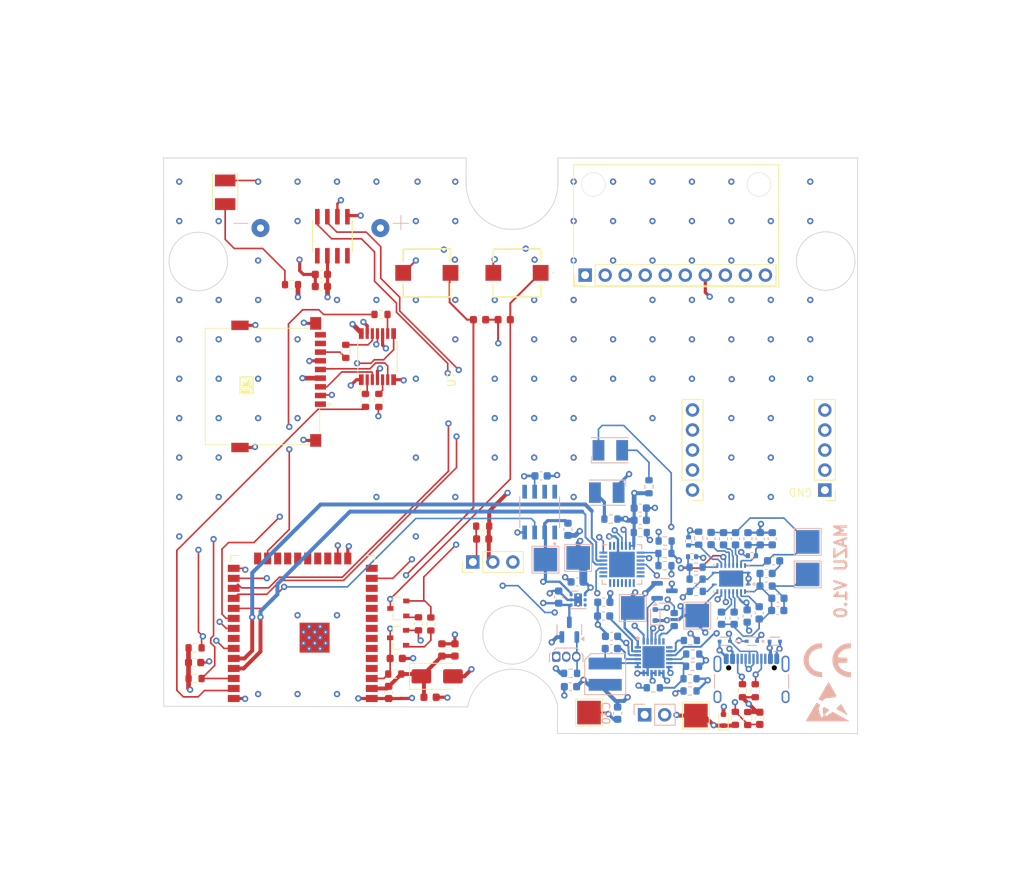
<source format=kicad_pcb>
(kicad_pcb (version 20240108) (generator "pcbnew") (generator_version "8.0")
  (layers (0 "F.Cu" signal) (1 "In1.Cu" power "GND1.Cu") (2 "In2.Cu" power "PWR.Cu") (3 "In3.Cu" power "SIG.Cu") (4 "In4.Cu" power "GND2.Cu") (31 "B.Cu" jumper) (34 "B.Paste" user) (35 "F.Paste" user) (36 "B.SilkS" user "B.Silkscreen") (37 "F.SilkS" user "F.Silkscreen") (38 "B.Mask" user) (39 "F.Mask" user) (44 "Edge.Cuts" user))
  (net 0 "")
  (net 1 "GNDREF")
  (net 2 "/rtc_ds3231/BAT_CELL+")
  (net 3 "/VCC_RAW")
  (net 4 "/VREF_TMP_3V3")
  (net 5 "/TMP_DATA")
  (net 6 "/ESP32_WROOM_32D/IO14")
  (net 7 "/VREF_3V3")
  (net 10 "/BATT")
  (net 11 "/wireless_charging/COIL+")
  (net 12 "/wireless_charging/AC1")
  (net 13 "Net-(U6-COMM1)")
  (net 14 "Net-(C18-Pad1)")
  (net 15 "Net-(U6-COMM2)")
  (net 16 "Net-(U6-BOOT1)")
  (net 17 "Net-(U6-BOOT2)")
  (net 18 "/wireless_charging/RECT")
  (net 19 "/SPI_MOSI")
  (net 20 "/IIC_SCL")
  (net 21 "/batery_module/VIN")
  (net 22 "Net-(IC2-PMID)")
  (net 23 "/IIC_SDA")
  (net 24 "Net-(IC2-SW_1)")
  (net 25 "/SPI_MISO")
  (net 26 "/SPI_SCK")
  (net 27 "Net-(IC2-BTST)")
  (net 28 "Net-(IC2-REGN)")
  (net 29 "/PRE_VCC")
  (net 30 "/EN")
  (net 31 "/IO0")
  (net 32 "/wireless_charging/CLAMP1")
  (net 33 "/SPI_CS")
  (net 34 "/wireless_charging/CLAMP2")
  (net 35 "/USBD+")
  (net 36 "/USBD-")
  (net 37 "/USB5V")
  (net 38 "/wireless_charging/~{CHG_PIN}")
  (net 39 "Net-(D6-A)")
  (net 40 "/ESP32_WROOM_32D/VDD_3V3")
  (net 41 "Net-(D7-A)")
  (net 42 "Net-(D8-A)")
  (net 43 "Net-(IC2-ILIM)")
  (net 45 "Net-(IC2-STAT)")
  (net 46 "Net-(IC2-TS)")
  (net 47 "/batery_module/ACDRV")
  (net 48 "Net-(IC2-ICHG)")
  (net 50 "Net-(IC2-VSET)")
  (net 51 "/WRL_EN")
  (net 52 "Net-(J2-CC1)")
  (net 53 "Net-(J2-CC2)")
  (net 55 "/sd_card/DO_LLS")
  (net 57 "/sd_card/DI_LLS")
  (net 59 "/sd_card/CS_LLS")
  (net 60 "/sd_card/SCK_LLS")
  (net 61 "/GPS_RXD")
  (net 62 "/GPS_TXD")
  (net 63 "/RTS")
  (net 64 "Net-(Q1-Pad1)")
  (net 65 "Net-(Q2-Pad1)")
  (net 66 "/DTR")
  (net 67 "Net-(Q4-G)")
  (net 68 "/wireless_charging/NTC")
  (net 69 "Net-(U5-1A)")
  (net 70 "Net-(U5-2A)")
  (net 71 "Net-(U5-3A)")
  (net 72 "Net-(U5-4A)")
  (net 73 "Net-(U6-ILIM)")
  (net 74 "Net-(U6-FOD)")
  (net 75 "/wireless_charging/TERM")
  (net 76 "Net-(R26-Pad2)")
  (net 77 "Net-(U8-VBUS)")
  (net 78 "Net-(U8-~{RST})")
  (net 79 "Net-(U8-~{SUSPEND})")
  (net 80 "/CTRL_GPIO")
  (net 86 "/STAT")
  (net 87 "/UART_PROG_TX")
  (net 88 "/ESP32_WROOM_32D/IO2")
  (net 89 "/ESP32_WROOM_32D/IO34")
  (net 90 "/ESP32_WROOM_32D/IO32")
  (net 92 "/ESP32_WROOM_32D/IO12")
  (net 93 "/UART_PROG_RX")
  (net 94 "/ESP32_WROOM_32D/IO35")
  (net 95 "/ESP32_WROOM_32D/SD3")
  (net 96 "/ESP32_WROOM_32D/IO26")
  (net 97 "/ESP32_WROOM_32D/SENSOR_VN")
  (net 98 "/ESP32_WROOM_32D/SD2")
  (net 127 "/wireless_charging/COIL-")
  (net 128 "/ESP32_WROOM_32D/SD1")
  (net 129 "/ESP32_WROOM_32D/IO33")
  (net 130 "/ESP32_WROOM_32D/IO25")
  (net 131 "/ESP32_WROOM_32D/SENSOR_VP")
  (net 132 "/ESP32_WROOM_32D/CMD")
  (net 133 "/ESP32_WROOM_32D/SD0")
  (net 134 "/ESP32_WROOM_32D/IO27")
  (net 135 "/ESP32_WROOM_32D/CLK")
  (footprint "Capacitor_SMD:C_0603_1608Metric" (layer "F.Cu") (at 106.55 134.79 -90)
    (property "Reference" "C35" (hide yes))
    (property "Value" "10u")
  )
  (footprint "TestPoint:TestPoint_Pad_3.0x3.0mm" (layer "F.Cu") (at 131.95 137.35 90)
    (property "Reference" "TP2" (hide yes))
    (property "Value" "~")
  )
  (footprint "Capacitor_SMD:C_0603_1608Metric" (layer "F.Cu") (at 118.07 87.51)
    (property "Reference" "C32" (hide yes))
    (property "Value" "100n")
  )
  (footprint "Capacitor_SMD:C_0603_1608Metric" (layer "F.Cu") (at 81.95 131)
    (property "Reference" "C7" (hide yes))
    (property "Value" "100n")
  )
  (footprint "Capacitor_SMD:C_0603_1608Metric" (layer "F.Cu") (at 113.3 129.4 90)
    (property "Reference" "C34" (hide yes))
    (property "Value" "100n")
  )
  (footprint "Resistor_SMD:R_0603_1608Metric" (layer "F.Cu") (at 150.5 138.075 -90)
    (property "Reference" "R10" (hide yes))
    (property "Value" "10k")
  )
  (footprint "TestPoint:TestPoint_Pad_3.0x3.0mm" (layer "F.Cu") (at 145.5 137.725)
    (property "Reference" "TP1" (hide yes))
    (property "Value" "~")
  )
  (footprint "Resistor_SMD:R_0603_1608Metric" (layer "F.Cu") (at 111.9 126.1125 90)
    (property "Reference" "R3" (hide yes))
    (property "Value" "10k")
  )
  (footprint "Footprints:TRANS_SS8050-G" (layer "F.Cu") (at 107.775 124.1375 180)
    (property "Reference" "Q2" (hide yes))
    (property "Value" "SS8050-G")
  )
  (footprint "Footprints:GPS_Air530" (layer "F.Cu") (at 153.56 106.48 90)
    (property "Reference" "U9" (hide yes))
    (property "Value" "GPS-AIR530" (hide yes))
  )
  (footprint "Diode_SMD:D_SOD-523" (layer "F.Cu") (at 149 138.3 90)
    (property "Reference" "D1" (hide yes))
    (property "Value" "CPDU12V0U-HF")
  )
  (footprint "Footprints:simbol2" (layer "F.Cu") (at 162.15 130.7)
    (property "Reference" "G***" (hide yes))
    (property "Value" "LOGO" (hide yes))
  )
  (footprint "Resistor_SMD:R_0603_1608Metric" (layer "F.Cu") (at 105.305 97.745 90)
    (property "Reference" "R18" (hide yes))
    (property "Value" "330")
  )
  (footprint "Capacitor_SMD:C_0603_1608Metric" (layer "F.Cu") (at 114.95 129.4 90)
    (property "Reference" "C9" (hide yes))
    (property "Value" "47u")
  )
  (footprint "Resistor_SMD:R_0603_1608Metric" (layer "F.Cu") (at 82.01 133.03)
    (property "Reference" "R12" (hide yes))
    (property "Value" "4.7k")
  )
  (footprint "Capacitor_SMD:C_0603_1608Metric" (layer "F.Cu") (at 121.195 87.51 180)
    (property "Reference" "C36" (hide yes))
    (property "Value" "100n")
  )
  (footprint "Connector_PinHeader_2.54mm:PinHeader_1x03_P2.54mm_Vertical" (layer "F.Cu") (at 117.22 118.25 90)
    (property "Reference" "J1_TMP1" (hide yes))
    (property "Value" "Conn_01x03_Male")
  )
  (footprint "Footprints:TRANS_SS8050-G" (layer "F.Cu") (at 107.75 127.8625 180)
    (property "Reference" "Q1" (hide yes))
    (property "Value" "SS8050-G")
  )
  (footprint "Capacitor_SMD:C_0603_1608Metric" (layer "F.Cu") (at 118.47 115.325)
    (property "Reference" "C3" (hide yes))
    (property "Value" "100n")
  )
  (footprint "Resistor_SMD:R_0603_1608Metric" (layer "F.Cu") (at 118.47 113.7)
    (property "Reference" "R5" (hide yes))
    (property "Value" "4.7k")
  )
  (footprint "Capacitor_SMD:C_0603_1608Metric" (layer "F.Cu") (at 111.8 135.4)
    (property "Reference" "C8" (hide yes))
    (property "Value" "100n")
  )
  (footprint "Footprints:GY-9250" (layer "F.Cu") (at 129.9975 78.355 90)
    (property "Reference" "U4" (hide yes))
    (property "Value" "GY-9250" (hide yes))
    (fp_circle (center 8 2.5) (end 8 1) (stroke (width 0.05)) (fill none) (layer "Edge.Cuts"))
    (fp_circle (center 8 23.5) (end 8 22) (stroke (width 0.05)) (fill none) (layer "Edge.Cuts"))
  )
  (footprint "Footprints:simbol1" (layer "F.Cu") (at 162.3 136)
    (property "Reference" "G***" (hide yes))
    (property "Value" "LOGO" (hide yes))
  )
  (footprint "Capacitor_SMD:C_0603_1608Metric" (layer "F.Cu") (at 98.025 81.765 180)
    (property "Reference" "C11" (hide yes))
    (property "Value" "100n")
  )
  (footprint "Resistor_SMD:R_0603_1608Metric" (layer "F.Cu") (at 94.235 83.065 180)
    (property "Reference" "R21" (hide yes))
    (property "Value" "10k")
  )
  (footprint "Resistor_SMD:R_0603_1608Metric" (layer "F.Cu") (at 103.605 97.745 90)
    (property "Reference" "R17" (hide yes))
    (property "Value" "330")
  )
  (footprint "Footprints:DS3231MZ_TRL" (layer "F.Cu") (at 99.415 76.925 90)
    (property "Reference" "U10" (hide yes))
    (property "Value" "DS3231MZ+TRL")
  )
  (footprint "Capacitor_SMD:C_0603_1608Metric" (layer "F.Cu") (at 107.51 130.48)
    (property "Reference" "C33" (hide yes))
    (property "Value" "100n")
  )
  (footprint "Resistor_SMD:R_0603_1608Metric" (layer "F.Cu") (at 107.32 132.46 180)
    (property "Reference" "R35" (hide yes))
    (property "Value" "10k")
  )
  (footprint "Resistor_SMD:R_0603_1608Metric" (layer "F.Cu") (at 110.325 126.0875 -90)
    (property "Reference" "R4" (hide yes))
    (property "Value" "10k")
  )
  (footprint "Footprints:IC_74LVC125APW,118" (layer "F.Cu") (at 105.13 92.195 90)
    (property "Reference" "U5" (hide yes))
    (property "Value" "74LVC125APW,118")
  )
  (footprint "RF_Module:ESP32-WROOM-32D" (layer "F.Cu") (at 95.66 127.31 180)
    (property "Reference" "U7")
    (property "Value" "ESP32-WROOM-32D")
  )
  (footprint "LED_SMD:LED_PLCC-2_3.4x3.0mm_KA" (layer "F.Cu") (at 85.825 71.35 -90)
    (property "Reference" "D8" (hide yes))
    (property "Value" "VLMC3100-GS08")
  )
  (footprint "Resistor_SMD:R_0603_1608Metric" (layer "F.Cu") (at 152.075 138.1 -90)
    (property "Reference" "R11" (hide yes))
    (property "Value" "10k")
  )
  (footprint "Capacitor_SMD:C_0603_1608Metric" (layer "F.Cu") (at 153.6 138.075 90)
    (property "Reference" "C4" (hide yes))
    (property "Value" "100n")
  )
  (footprint "Resistor_SMD:R_0603_1608Metric" (layer "F.Cu") (at 153.025 134.575 90)
    (property "Reference" "R1" (hide yes))
    (property "Value" "5.1k" (hide yes))
  )
  (footprint "Resistor_SMD:R_0603_1608Metric" (layer "F.Cu") (at 151.405 134.575 90)
    (property "Reference" "R2" (hide yes))
    (property "Value" "5.1k")
  )
  (footprint "Footprints:EVPASAC1A" (layer "F.Cu") (at 122.82 81.57 180)
    (property "Reference" "SW2" (hide yes))
    (property "Value" "SW_Push" (hide yes))
  )
  (footprint "Resistor_SMD:R_0603_1608Metric" (layer "F.Cu") (at 82.01 129.14)
    (property "Reference" "R13" (hide yes))
    (property "Value" "4.7k")
  )
  (footprint "Footprints:TF15X15" (layer "F.Cu") (at 90.95 95.75 -90)
    (property "Reference" "J3")
    (property "Value" "TF-15X15" (hide yes))
  )
  (footprint "Resistor_SMD:R_0603_1608Metric" (layer "F.Cu") (at 105.58 86.845)
    (property "Reference" "R19" (hide yes))
    (property "Value" "330")
  )
  (footprint "Capacitor_SMD:C_0603_1608Metric" (layer "F.Cu") (at 98.025 83.3 180)
    (property "Reference" "C12" (hide yes))
    (property "Value" "100n")
  )
  (footprint "Footprints:case_bottom" (layer "F.Cu") (at 122 104 90)
    (property "Reference" "G***" (hide yes))
    (property "Value" "LOGO" (hide yes))
  )
  (footprint "Footprints:EVPASAC1A" (layer "F.Cu") (at 111.39 81.57 180)
    (property "Reference" "SW1" (hide yes))
    (property "Value" "SW_Push" (hide yes))
  )
  (footprint "Resistor_SMD:R_0603_1608Metric" (layer "F.Cu") (at 101.115 91.525 90)
    (property "Reference" "R20" (hide yes))
    (property "Value" "330")
  )
  (footprint "Diode_SMD:D_SMA" (layer "F.Cu") (at 112.7 132.75)
    (property "Reference" "D9" (hide yes))
    (property "Value" "B340A-E3/61T")
  )
  (footprint "Package_TO_SOT_THT:TO-92Flat" (layer "B.Cu") (at 127.795 130.26)
    (property "Reference" "U2" (hide yes))
    (property "Value" "SS460S")
  )
  (footprint "Capacitor_SMD:C_0603_1608Metric" (layer "B.Cu") (at 129.6 134.06 180)
    (property "Reference" "C31" (hide yes))
    (property "Value" "100n")
  )
  (footprint "Capacitor_SMD:C_0603_1608Metric" (layer "B.Cu") (at 147.425 115.275 90)
    (property "Reference" "C19" (hide yes))
    (property "Value" "22n")
  )
  (footprint "TestPoint:TestPoint_Pad_3.0x3.0mm" (layer "B.Cu") (at 137.5 124.075)
    (property "Reference" "TP4" (hide yes))
    (property "Value" "~")
  )
  (footprint "LED_SMD:LED_PLCC-2_3.4x3.0mm_KA" (layer "B.Cu") (at 134.2 109.45 180)
    (property "Reference" "D7" (hide yes))
    (property "Value" "VLMC3100-GS08")
  )
  (footprint "Footprints:inductor_bourns_4x4" (layer "B.Cu") (at 134 132.475)
    (property "Reference" "L1" (hide yes))
    (property "Value" "1uH")
  )
  (footprint "Connector_PinHeader_2.54mm:PinHeader_1x02_P2.54mm_Vertical" (layer "B.Cu") (at 139 137.625 -90)
    (property "Reference" "J1" (hide yes))
    (property "Value" "Batt")
  )
  (footprint "Resistor_SMD:R_0603_1608Metric" (layer "B.Cu") (at 141.575 118.71 180)
    (property "Reference" "R36" (hide yes))
    (property "Value" "22.1k")
  )
  (footprint "Resistor_SMD:R_0603_1608Metric" (layer "B.Cu") (at 140.105 134.2)
    (property "Reference" "R32" (hide yes))
    (property "Value" "5.1k")
  )
  (footprint "Capacitor_SMD:C_0603_1608Metric" (layer "B.Cu") (at 150.525 115.3 90)
    (property "Reference" "C22" (hide yes))
    (property "Value" "10n")
  )
  (footprint "Footprints:LP5912" (layer "B.Cu") (at 130.57 123.05 180)
    (property "Reference" "U3" (hide yes))
    (property "Value" "LP5912-3.3DRV")
  )
  (footprint "Resistor_SMD:R_0603_1608Metric" (layer "B.Cu") (at 145.1 129.925)
    (property "Reference" "R31" (hide yes))
    (property "Value" "680")
  )
  (footprint "Capacitor_SMD:C_0603_1608Metric" (layer "B.Cu") (at 129.275 114.1 -90)
    (property "Reference" "C1" (hide yes))
    (property "Value" "2.2u")
  )
  (footprint "Resistor_SMD:R_0603_1608Metric" (layer "B.Cu") (at 144.755 134.605)
    (property "Reference" "R30" (hide yes))
    (property "Value" "10k")
  )
  (footprint "Footprints:QFN50P400X400X80-25N-D" (layer "B.Cu") (at 140.13 130.325 -90)
    (property "Reference" "IC2" (hide yes))
    (property "Value" "BQ25616RTWR" (hide yes))
  )
  (footprint "Capacitor_SMD:C_0603_1608Metric" (layer "B.Cu") (at 130.45 120.775 180)
    (property "Reference" "C6" (hide yes))
    (property "Value" "100n")
  )
  (footprint "TestPoint:TestPoint_Pad_3.0x3.0mm" (layer "B.Cu") (at 145.675 125.05)
    (property "Reference" "TP3" (hide yes))
    (property "Value" "~")
  )
  (footprint "Package_TO_SOT_SMD:SOT-23" (layer "B.Cu") (at 129.455 126.8275 90)
    (property "Reference" "Q4" (hide yes))
    (property "Value" "SSM3J338R,LF")
  )
  (footprint "TestPoint:TestPoint_Pad_3.0x3.0mm" (layer "B.Cu") (at 126.425 117.95 90)
    (property "Reference" "TP7" (hide yes))
    (property "Value" "~")
  )
  (footprint "Capacitor_SMD:C_0603_1608Metric" (layer "B.Cu") (at 152.1 115.3 90)
    (property "Reference" "C25" (hide yes))
    (property "Value" "100n")
  )
  (footprint "Resistor_SMD:R_0603_1608Metric" (layer "B.Cu") (at 145.85 115.225 90)
    (property "Reference" "R6" (hide yes))
    (property "Value" "10k")
  )
  (footprint "Resistor_SMD:R_0603_1608Metric" (layer "B.Cu") (at 144.755 133.055 180)
    (property "Reference" "R34" (hide yes))
    (property "Value" "10k")
  )
  (footprint "Footprints:Panasonic BR1632" (layer "B.Cu") (at 100.5 65.8875 180)
    (property "Reference" "BT1" (hide yes))
    (property "Value" "Battery_Cell")
  )
  (footprint "Capacitor_SMD:C_0603_1608Metric" (layer "B.Cu") (at 155.9 122.85)
    (property "Reference" "C15" (hide yes))
    (property "Value" "22n")
  )
  (footprint "Capacitor_SMD:C_0603_1608Metric" (layer "B.Cu") (at 154.4 121.3)
    (property "Reference" "C14" (hide yes))
    (property "Value" "22n")
  )
  (footprint "Footprints:SOIC127P600X175-8N" (layer "B.Cu") (at 125.695 111.915 90)
    (property "Reference" "U1" (hide yes))
    (property "Value" "REF196GSZ-REEL")
  )
  (footprint "TestPoint:TestPoint_Pad_3.0x3.0mm" (layer "B.Cu") (at 159.675 115.7)
    (property "Reference" "TP5" (hide yes))
    (property "Value" "~")
  )
  (footprint "Capacitor_SMD:C_0603_1608Metric" (layer "B.Cu") (at 155.875 124.4 180)
    (property "Reference" "C16" (hide yes))
    (property "Value" "100n")
  )
  (footprint "Capacitor_SMD:C_0603_1608Metric" (layer "B.Cu") (at 154.4 119.7 180)
    (property "Reference" "C18" (hide yes))
    (property "Value" "2.2n")
  )
  (footprint "Connector_USB:USB_C_Receptacle_HCTL_HC-TYPE-C-16P-01A" (layer "B.Cu") (at 152.55 134.275 180)
    (property "Reference" "J2" (hide yes))
    (property "Value" "GT-USB-7010ASV")
  )
  (footprint "Resistor_SMD:R_0603_1608Metric" (layer "B.Cu") (at 145.525 118.9 180)
    (property "Reference" "R22" (hide yes))
    (property "Value" "220")
  )
  (footprint "Diode_SMD:D_SOD-523" (layer "B.Cu") (at 140.35 124.975 90)
    (property "Reference" "D5" (hide yes))
    (property "Value" "CPDU12V0U-HF")
  )
  (footprint "Resistor_SMD:R_0402_1005Metric" (layer "B.Cu") (at 144.575 115.625 90)
    (property "Reference" "R25" (hide yes))
    (property "Value" "12k")
  )
  (footprint "Resistor_SMD:R_0603_1608Metric" (layer "B.Cu") (at 145.55 121.975)
    (property "Reference" "R24" (hide yes))
    (property "Value" "2.4k")
  )
  (footprint "Resistor_SMD:R_0603_1608Metric" (layer "B.Cu") (at 129.61 132.37 180)
    (property "Reference" "R8" (hide yes))
    (property "Value" "10k")
  )
  (footprint "Footprints:BQ51050BRHLR" (layer "B.Cu") (at 150.35 120.35 90)
    (property "Reference" "U6" (hide yes))
    (property "Value" "BQ51050BRHLR" (hide yes))
  )
  (footprint "LED_SMD:LED_PLCC-2_3.4x3.0mm_KA" (layer "B.Cu") (at 134.65 104.075)
    (property "Reference" "D6" (hide yes))
    (property "Value" "VLMT3100-GS08")
  )
  (footprint "Footprints:QFN50P500X500X80-29N" (layer "B.Cu") (at 136.125 118.56 -90)
    (property "Reference" "U8" (hide yes))
    (property "Value" "CP2102N-A02-GQFN28")
  )
  (footprint "Capacitor_SMD:C_0603_1608Metric" (layer "B.Cu") (at 133.805 125.1 180)
    (property "Reference" "C27" (hide yes))
    (property "Value" "10u")
  )
  (footprint "Capacitor_SMD:C_0603_1608Metric" (layer "B.Cu") (at 133.83 123.35 180)
    (property "Reference" "C26" (hide yes))
    (property "Value" "10u")
  )
  (footprint "TestPoint:TestPoint_Pad_3.0x3.0mm" (layer "B.Cu") (at 159.675 119.825)
    (property "Reference" "TP6" (hide yes))
    (property "Value" "~")
  )
  (footprint "Capacitor_SMD:C_0603_1608Metric" (layer "B.Cu") (at 152 125.1 -90)
    (property "Reference" "C13" (hide yes))
    (property "Value" "1u")
  )
  (footprint "Resistor_SMD:R_0603_1608Metric" (layer "B.Cu") (at 142.75 125.55 -90)
    (property "Reference" "R28" (hide yes))
    (property "Value" "10k")
  )
  (footprint "Resistor_SMD:R_0603_1608Metric" (layer "B.Cu") (at 141.6 115.585)
    (property "Reference" "R39" (hide yes))
    (property "Value" "10k")
  )
  (footprint "Capacitor_SMD:C_0603_1608Metric" (layer "B.Cu") (at 155.35 118.1)
    (property "Reference" "C20" (hide yes))
    (property "Value" "10n")
  )
  (footprint "Resistor_SMD:R_0402_1005Metric" (layer "B.Cu") (at 145.015 117.575 180)
    (property "Reference" "R27" (hide yes))
    (property "Value" "12k")
  )
  (footprint "Resistor_SMD:R_0603_1608Metric" (layer "B.Cu") (at 134.725 112.8)
    (property "Reference" "R9" (hide yes))
    (property "Value" "680")
  )
  (footprint "Footprints:TVS_LESD5D5.0CT1G" (layer "B.Cu") (at 155.5025 128.3)
    (property "Reference" "D4" (hide yes))
    (property "Value" "LESD5D5.0CT1G")
  )
  (footprint "Capacitor_SMD:C_0603_1608Metric" (layer "B.Cu") (at 134.78 129.225 180)
    (property "Reference" "C28" (hide yes))
    (property "Value" "47n")
  )
  (footprint "Resistor_SMD:R_0603_1608Metric" (layer "B.Cu") (at 145.525 120.425 180)
    (property "Reference" "R23" (hide yes))
    (property "Value" "220")
  )
  (footprint "Capacitor_SMD:C_0603_1608Metric" (layer "B.Cu") (at 155.175 115.3 90)
    (property "Reference" "C23" (hide yes))
    (property "Value" "10u")
  )
  (footprint "Capacitor_SMD:C_0603_1608Metric" (layer "B.Cu") (at 149 115.3 90)
    (property "Reference" "C39" (hide yes))
    (property "Value" "470n")
  )
  (footprint "Capacitor_SMD:C_0603_1608Metric" (layer "B.Cu") (at 138.45 112.96)
    (property "Reference" "C38" (hide yes))
    (property "Value" "100n")
  )
  (footprint "Capacitor_SMD:C_0603_1608Metric" (layer "B.Cu") (at 153.65 115.3 90)
    (property "Reference" "C24" (hide yes))
    (property "Value" "10u")
  )
  (footprint "Resistor_SMD:R_0603_1608Metric" (layer "B.Cu") (at 138.45 114.51)
    (property "Reference" "R38" (hide yes))
    (property "Value" "2k")
  )
  (footprint "Capacitor_SMD:C_0603_1608Metric" (layer "B.Cu") (at 134.805 127.675 180)
    (property "Reference" "C29" (hide yes))
    (property "Value" "4.7u - 10v")
  )
  (footprint "Capacitor_SMD:C_0603_1608Metric" (layer "B.Cu") (at 150.35 125.375 -90)
    (property "Reference" "C10" (hide yes))
    (property "Value" "470n")
  )
  (footprint "Capacitor_SMD:C_0603_1608Metric" (layer "B.Cu") (at 128.1 122.7 90)
    (property "Reference" "C5" (hide yes))
    (property "Value" "100n")
  )
  (footprint "Resistor_SMD:R_0402_1005Metric" (layer "B.Cu") (at 152.6 117.45 180)
    (property "Reference" "R26" (hide yes))
    (property "Value" "12k")
  )
  (footprint "Capacitor_SMD:C_0603_1608Metric" (layer "B.Cu") (at 135.575 137.425 -90)
    (property "Reference" "C30")
    (property "Value" "47u")
  )
  (footprint "Resistor_SMD:R_0603_1608Metric" (layer "B.Cu") (at 144.805 128.205)
    (property "Reference" "R29" (hide yes))
    (property "Value" "560")
  )
  (footprint "Package_TO_SOT_SMD:SOT-23" (layer "B.Cu") (at 141.5175 121.9)
    (property "Reference" "Q3" (hide yes))
    (property "Value" "IRLML6344TRPBF")
  )
  (footprint "Footprints:TVS_LESD5D5.0CT1G" (layer "B.Cu") (at 149.165 128.3 180)
    (property "Reference" "D3" (hide yes))
    (property "Value" "LESD5D5.0CT1G")
  )
  (footprint "Capacitor_SMD:C_0603_1608Metric" (layer "B.Cu") (at 148.75 125.375 -90)
    (property "Reference" "C17" (hide yes))
    (property "Value" "22n")
  )
  (footprint "Resistor_SMD:R_0603_1608Metric" (layer "B.Cu") (at 141.575 117.16)
    (property "Reference" "R37" (hide yes))
    (property "Value" "47.5k")
  )
  (footprint "Resistor_SMD:R_0603_1608Metric" (layer "B.Cu") (at 145.075 131.475 180)
    (property "Reference" "R33" (hide yes))
    (property "Value" "33k")
  )
  (footprint "Footprints:TVS_LESD5D5.0CT1G" (layer "B.Cu") (at 152.6025 128.3)
    (property "Reference" "D2" (hide yes))
    (property "Value" "LESD5D5.0CT1G")
  )
  (footprint "TestPoint:TestPoint_Pad_3.0x3.0mm" (layer "B.Cu") (at 130.575 117.725 90)
    (property "Reference" "TP8" (hide yes))
    (property "Value" "~")
  )
  (footprint "Resistor_SMD:R_0603_1608Metric" (layer "B.Cu") (at 139.55 108.7 -90)
    (property "Reference" "R7" (hide yes))
    (property "Value" "680")
  )
  (footprint "Capacitor_SMD:C_0603_1608Metric" (layer "B.Cu") (at 125.875 107.325)
    (property "Reference" "C2" (hide yes))
    (property "Value" "4.7u")
  )
  (footprint "Capacitor_SMD:C_0603_1608Metric" (layer "B.Cu") (at 138.45 111.41)
    (property "Reference" "C37" (hide yes))
    (property "Value" "10u")
  )
  (footprint "Capacitor_SMD:C_0603_1608Metric" (layer "B.Cu") (at 153.525 124.7 -90)
    (property "Reference" "C21" (hide yes))
    (property "Value" "10n")
  )
  (gr_line (start 127.95 140) (end 166 140) (stroke (width 0.1)) (layer "Edge.Cuts"))
  (gr_circle (center 161.959194 80.075) (end 165.509194 81.15) (stroke (width 0.1)) (fill none) (layer "Edge.Cuts"))
  (gr_line (start 116.375 67) (end 78 67) (stroke (width 0.1)) (layer "Edge.Cuts"))
  (gr_arc (start 128.01 70.25) (mid 122.179242 76.06999) (end 116.37004 70.228485) (stroke (width 0.1)) (layer "Edge.Cuts"))
  (gr_line (start 78 67) (end 78.030378 136.55) (stroke (width 0.1)) (layer "Edge.Cuts"))
  (gr_line (start 116.375 67) (end 116.37004 70.228485) (stroke (width 0.1)) (layer "Edge.Cuts"))
  (gr_line (start 127.95 140) (end 127.961588 136.473747) (stroke (width 0.1)) (layer "Edge.Cuts"))
  (gr_line (start 166 140) (end 166 67) (stroke (width 0.1)) (layer "Edge.Cuts"))
  (gr_line (start 128.01498 67.005758) (end 128.01 70.25) (stroke (width 0.1)) (layer "Edge.Cuts"))
  (gr_circle (center 122.2 127.490806) (end 125.75 128.565806) (stroke (width 0.1)) (fill none) (layer "Edge.Cuts"))
  (gr_line (start 166 67) (end 128.01498 67.005758) (stroke (width 0.1)) (layer "Edge.Cuts"))
  (gr_line (start 78.030378 136.55) (end 116.564585 136.626717) (stroke (width 0.1)) (layer "Edge.Cuts"))
  (gr_circle (center 82.415806 80.125) (end 85.965806 81.2) (stroke (width 0.1)) (fill none) (layer "Edge.Cuts"))
  (gr_arc (start 116.564585 136.626717) (mid 122.2 131.85) (end 127.961588 136.473747) (stroke (width 0.1)) (layer "Edge.Cuts"))
  (gr_text "MAZU V1.0" (at 164.75 113.2 90) (layer "B.SilkS") (effects (font (size 1.5 1.5) (thickness 0.3) (bold yes)) (justify left bottom mirror)))
  (segment (start 106.545 135.56) (end 106.55 135.565) (width 0.4) (layer "F.Cu") (net 1))
  (segment (start 106.2 91.15) (end 105.78 90.73) (width 0.4) (layer "F.Cu") (net 1))
  (segment (start 87.7 88.225) (end 89.625 88.225) (width 0.4) (layer "F.Cu") (net 1))
  (segment (start 82.725 131) (end 83.65 131) (width 0.3) (layer "F.Cu") (net 1))
  (segment (start 88.31 135.56) (end 88.35 135.6) (width 0.4) (layer "F.Cu") (net 1))
  (segment (start 151.405 135.455) (end 152.2 136.25) (width 0.5) (layer "F.Cu") (net 1))
  (segment (start 118.845 87.51) (end 120.42 87.51) (width 0.25) (layer "F.Cu") (net 1))
  (segment (start 95.875 87.975) (end 95.8 87.9) (width 0.4) (layer "F.Cu") (net 1))
  (segment (start 108.37 95.12) (end 108.45 95.2) (width 0.4) (layer "F.Cu") (net 1))
  (segment (start 149 136.65) (end 149 137.6) (width 0.5) (layer "F.Cu") (net 1))
  (segment (start 97.9 92.725) (end 96.525 92.725) (width 0.4) (layer "F.Cu") (net 1))
  (segment (start 108.12 135.565) (end 108.13 135.555) (width 0.4) (layer "F.Cu") (net 1))
  (segment (start 131.95 137.35) (end 134.225 137.35) (width 0.25) (layer "F.Cu") (net 1))
  (segment (start 97.25 81.765) (end 95.7425 81.765) (width 0.4) (layer "F.Cu") (net 1))
  (segment (start 113.7 78.475) (end 113.55 78.625) (width 0.3) (layer "F.Cu") (net 1))
  (segment (start 106.55 135.565) (end 108.12 135.565) (width 0.4) (layer "F.Cu") (net 1))
  (segment (start 104.41 135.56) (end 106.545 135.56) (width 0.4) (layer "F.Cu") (net 1))
  (segment (start 95.2725 81.295) (end 95.2725 79.9225) (width 0.4) (layer "F.Cu") (net 1))
  (segment (start 101.37 117.8) (end 101.37 116.38) (width 0.4) (layer "F.Cu") (net 1))
  (segment (start 152.075 137.275) (end 153.575 137.275) (width 0.5) (layer "F.Cu") (net 1))
  (segment (start 101.37 116.38) (end 101.5 116.25) (width 0.4) (layer "F.Cu") (net 1))
  (segment (start 85.825 69.85) (end 89.85 69.85) (width 0.204) (layer "F.Cu") (net 1))
  (segment (start 97.25 81.765) (end 97.25 83.3) (width 0.4) (layer "F.Cu") (net 1))
  (segment (start 153.6 137.3) (end 153.25 137.3) (width 0.5) (layer "F.Cu") (net 1))
  (segment (start 95.825 102.825) (end 95.75 102.75) (width 0.4) (layer "F.Cu") (net 1))
  (segment (start 113.3 128.625) (end 114.95 128.625) (width 0.4) (layer "F.Cu") (net 1))
  (segment (start 108.285 130.48) (end 109.62 130.48) (width 0.4) (layer "F.Cu") (net 1))
  (segment (start 87.7 103.725) (end 89.525 103.725) (width 0.4) (layer "F.Cu") (net 1))
  (segment (start 107.18 95.12) (end 108.37 95.12) (width 0.4) (layer "F.Cu") (net 1))
  (segment (start 95.2725 79.9225) (end 95.25 79.9) (width 0.4) (layer "F.Cu") (net 1))
  (segment (start 109.62 130.48) (end 109.65 130.45) (width 0.4) (layer "F.Cu") (net 1))
  (segment (start 109.445 135.555) (end 109.5 135.5) (width 0.4) (layer "F.Cu") (net 1))
  (segment (start 105.13 95.12) (end 105.13 94.02) (width 0.4) (layer "F.Cu") (net 1))
  (segment (start 105.78 90.73) (end 105.78 89.27) (width 0.4) (layer "F.Cu") (net 1))
  (segment (start 103.83 88.28) (end 103.35 87.8) (width 0.4) (layer "F.Cu") (net 1))
  (segment (start 119.82 80.03) (end 119.82 81.57) (width 0.25) (layer "F.Cu") (net 1))
  (segment (start 105.13 94.02) (end 105.45 93.7) (width 0.4) (layer "F.Cu") (net 1))
  (segment (start 86.91 135.56) (end 88.31 135.56) (width 0.4) (layer "F.Cu") (net 1))
  (segment (start 89.625 88.225) (end 89.65 88.2) (width 0.4) (layer "F.Cu") (net 1))
  (segment (start 113.4 78.475) (end 113.55 78.625) (width 0.3) (layer "F.Cu") (net 1))
  (segment (start 101.47 74.3) (end 101.32 74.45) (width 0.4) (layer "F.Cu") (net 1))
  (segment (start 103 74.3) (end 101.47 74.3) (width 0.4) (layer "F.Cu") (net 1))
  (segment (start 120 79.85) (end 119.82 80.03) (width 0.25) (layer "F.Cu") (net 1))
  (segment (start 113.95 135.4) (end 114 135.45) (width 0.4) (layer "F.Cu") (net 1))
  (segment (start 103.83 89.27) (end 103.83 88.28) (width 0.4) (layer "F.Cu") (net 1))
  (segment (start 95.7425 81.765) (end 95.2725 81.295) (width 0.4) (layer "F.Cu") (net 1))
  (segment (start 153.575 137.275) (end 153.6 137.3) (width 0.5) (layer "F.Cu") (net 1))
  (segment (start 96.525 92.725) (end 96.5 92.75) (width 0.4) (layer "F.Cu") (net 1))
  (segment (start 83.65 131) (end 83.8 130.85) (width 0.3) (layer "F.Cu") (net 1))
  (segment (start 102.48 95.12) (end 101.75 95.85) (width 0.4) (layer "F.Cu") (net 1))
  (segment (start 120.42 90.47) (end 120.42 87.51) (width 0.25) (layer "F.Cu") (net 1))
  (segment (start 89.525 103.725) (end 89.6 103.65) (width 0.4) (layer "F.Cu") (net 1))
  (segment (start 114.95 128.625) (end 114.95 127.45) (width 0.4) (layer "F.Cu") (net 1))
  (segment (start 151.405 135.4) (end 151.405 135.455) (width 0.5) (layer "F.Cu") (net 1))
  (segment (start 97.3 87.975) (end 95.875 87.975) (width 0.4) (layer "F.Cu") (net 1))
  (segment (start 108.13 135.555) (end 109.445 135.555) (width 0.4) (layer "F.Cu") (net 1))
  (segment (start 97.3 102.825) (end 95.825 102.825) (width 0.4) (layer "F.Cu") (net 1))
  (segment (start 103.08 95.12) (end 102.48 95.12) (width 0.4) (layer "F.Cu") (net 1))
  (segment (start 153.25 137.3) (end 152.2 136.25) (width 0.5) (layer "F.Cu") (net 1))
  (segment (start 102.71 135.56) (end 102.7 135.55) (width 0.4) (layer "F.Cu") (net 1))
  (segment (start 112.575 135.4) (end 113.95 135.4) (width 0.4) (layer "F.Cu") (net 1))
  (segment (start 149.05 136.6) (end 149 136.65) (width 0.5) (layer "F.Cu") (net 1))
  (segment (start 151.405 135.4) (end 153.025 135.4) (width 0.3) (layer "F.Cu") (net 1))
  (segment (start 108.43 81.57) (end 110 80) (width 0.25) (layer "F.Cu") (net 1))
  (segment (start 104.41 135.56) (end 102.71 135.56) (width 0.4) (layer "F.Cu") (net 1))
  (segment (start 120.45 90.5) (end 120.42 90.47) (width 0.25) (layer "F.Cu") (net 1))
  (segment (start 89.85 69.85) (end 90 70) (width 0.204) (layer "F.Cu") (net 1))
  (segment (start 108.39 81.57) (end 108.43 81.57) (width 0.25) (layer "F.Cu") (net 1))
  (segment (start 134.225 137.35) (end 134.4 137.525) (width 0.25) (layer "F.Cu") (net 1))
  (via (at 135 90) (size 0.8) (drill 0.4) (layers "F.Cu" "B.Cu") (net 1))
  (via (at 85 100) (size 0.8) (drill 0.4) (layers "F.Cu" "B.Cu") (net 1))
  (via (at 114.95 79.9) (size 0.8) (drill 0.4) (layers "F.Cu" "B.Cu") (net 1))
  (via (at 135 75) (size 0.8) (drill 0.4) (layers "F.Cu" "B.Cu") (net 1))
  (via (at 125 95) (size 0.8) (drill 0.4) (layers "F.Cu" "B.Cu") (net 1))
  (via (at 155 85) (size 0.8) (drill 0.4) (layers "F.Cu" "B.Cu") (net 1))
  (via (at 95 100) (size 0.8) (drill 0.4) (layers "F.Cu" "B.Cu") (net 1))
  (via (at 150 100) (size 0.8) (drill 0.4) (layers "F.Cu" "B.Cu") (net 1))
  (via (at 127.9 107.225) (size 0.8) (drill 0.4) (layers "F.Cu" "B.Cu") (net 1))
  (via (at 83.8 130.85) (size 0.8) (drill 0.4) (layers "F.Cu" "B.Cu") (net 1))
  (via (at 130 100) (size 0.8) (drill 0.4) (layers "F.Cu" "B.Cu") (net 1))
  (via (at 100 125) (size 0.8) (drill 0.4) (layers "F.Cu" "B.Cu") (net 1))
  (via (at 150 80) (size 0.8) (drill 0.4) (layers "F.Cu" "B.Cu") (net 1))
  (via (at 160 70) (size 0.8) (drill 0.4) (layers "F.Cu" "B.Cu") (net 1))
  (via (at 160 85) (size 0.8) (drill 0.4) (layers "F.Cu" "B.Cu") (net 1))
  (via (at 155.145225 94.984133) (size 0.8) (drill 0.4) (layers "F.Cu" "B.Cu") (net 1))
  (via (at 144.825 127.325) (size 0.8) (drill 0.4) (layers "F.Cu" "B.Cu") (net 1))
  (via (at 95 75) (size 0.8) (drill 0.4) (layers "F.Cu" "B.Cu") (net 1))
  (via (at 115 110) (size 0.8) (drill 0.4) (layers "F.Cu" "B.Cu") (net 1))
  (via (at 150 110) (size 0.8) (drill 0.4) (layers "F.Cu" "B.Cu") (net 1))
  (via (at 155 100) (size 0.8) (drill 0.4) (layers "F.Cu" "B.Cu") (net 1))
  (via (at 95 90) (size 0.8) (drill 0.4) (layers "F.Cu" "B.Cu") (net 1))
  (via (at 134.4 137.525) (size 0.8) (drill 0.4) (layers "F.Cu" "B.Cu") (net 1))
  (via (at 80 110) (size 0.8) (drill 0.4) (layers "F.Cu" "B.Cu") (net 1))
  (via (at 120 105) (size 0.8) (drill 0.4) (layers "F.Cu" "B.Cu") (net 1))
  (via (at 145 95) (size 0.8) (drill 0.4) (layers "F.Cu" "B.Cu") (net 1))
  (via (at 152.25 126.95) (size 0.8) (drill 0.4) (layers "F.Cu" "B.Cu") (net 1))
  (via (at 80 105) (size 0.8) (drill 0.4) (layers "F.Cu" "B.Cu") (net 1))
  (via (at 80 90) (size 0.8) (drill 0.4) (layers "F.Cu" "B.Cu") (net 1))
  (via (at 155 110) (size 0.8) (drill 0.4) (layers "F.Cu" "B.Cu") (net 1))
  (via (at 130 90) (size 0.8) (drill 0.4) (layers "F.Cu" "B.Cu") (net 1))
  (via (at 160 75) (size 0.8) (drill 0.4) (layers "F.Cu" "B.Cu") (net 1))
  (via (at 125 90) (size 0.8) (drill 0.4) (layers "F.Cu" "B.Cu") (net 1))
  (via (at 80 95) (size 0.8) (drill 0.4) (layers "F.Cu" "B.Cu") (net 1))
  (via (at 135 95) (size 0.8) (drill 0.4) (layers "F.Cu" "B.Cu") (net 1))
  (via (at 110 75) (size 0.8) (drill 0.4) (layers "F.Cu" "B.Cu") (net 1))
  (via (at 115 75) (size 0.8) (drill 0.4) (layers "F.Cu" "B.Cu") (net 1))
  (via (at 152.2 136.25) (size 0.8) (drill 0.4) (layers "F.Cu" "B.Cu") (net 1))
  (via (at 95 125) (size 0.8) (drill 0.4) (layers "F.Cu" "B.Cu") (net 1))
  (via (at 140 85) (size 0.8) (drill 0.4) (layers "F.Cu" "B.Cu") (net 1))
  (via (at 140 90) (size 0.8) (drill 0.4) (layers "F.Cu" "B.Cu") (net 1))
  (via (at 80 100) (size 0.8) (drill 0.4) (layers "F.Cu" "B.Cu") (net 1))
  (via (at 135 70) (size 0.8) (drill 0.4) (layers "F.Cu" "B.Cu") (net 1))
  (via (at 147 133.25) (size 0.8) (drill 0.4) (layers "F.Cu" "B.Cu") (net 1))
  (via (at 90 100) (size 0.8) (drill 0.4) (layers "F.Cu" "B.Cu") (net 1))
  (via (at 85 90) (size 0.8) (drill 0.4) (layers "F.Cu" "B.Cu") (net 1))
  (via (at 105 85) (size 0.8) (drill 0.4) (layers "F.Cu" "B.Cu") (net 1))
  (via (at 145 80) (size 0.8) (drill 0.4) (layers "F.Cu" "B.Cu") (net 1))
  (via (at 134.498 115.003415) (size 0.8) (drill 0.4) (layers "F.Cu" "B.Cu") (net 1))
  (via (at 95.8 87.9) (size 0.8) (drill 0.4) (layers "F.Cu" "B.Cu") (net 1))
  (via (at 145 90) (size 0.8) (drill 0.4) (layers "F.Cu" "B.Cu") (net 1))
  (via (at 144.75 114.225) (size 0.8) (drill 0.4) (layers "F.Cu" "B.Cu") (net 1))
  (via (at 120 79.85) (size 0.8) (drill 0.4) (layers "F.Cu" "B.Cu") (net 1))
  (via (at 150.042224 95.05809) (size 0.8) (drill 0.4) (layers "F.Cu" "B.Cu") (net 1))
  (via (at 160 95) (size 0.8) (drill 0.4) (layers "F.Cu" "B.Cu") (net 1))
  (via (at 95.25 79.9) (size 0.8) (drill 0.4) (layers "F.Cu" "B.Cu") (net 1))
  (via (at 80 85) (size 0.8) (drill 0.4) (layers "F.Cu" "B.Cu") (net 1))
  (via (at 152.175 120.35) (size 0.8) (drill 0.4) (layers "F.Cu" "B.Cu") (net 1))
  (via (at 143.85 122.725) (size 0.8) (drill 0.4) (layers "F.Cu" "B.Cu") (net 1))
  (via (at 140.3 111.375) (size 0.8) (drill 0.4) (layers "F.Cu" "B.Cu") (net 1))
  (via (at 133.075 126.2) (size 0.8) (drill 0.4) (layers "F.Cu" "B.Cu") (net 1))
  (via (at 150 75) (size 0.8) (drill 0.4) (layers "F.Cu" "B.Cu") (net 1))
  (via (at 85 105) (size 0.8) (drill 0.4) (layers "F.Cu" "B.Cu") (net 1))
  (via (at 101.5 116.25) (size 0.8) (drill 0.4) (layers "F.Cu" "B.Cu") (net 1))
  (via (at 120 95) (size 0.8) (drill 0.4) (layers "F.Cu" "B.Cu") (net 1))
  (via (at 125 105) (size 0.8) (drill 0.4) (layers "F.Cu" "B.Cu") (net 1))
  (via (at 114 135.45) (size 0.8) (drill 0.4) (layers "F.Cu" "B.Cu") (net 1))
  (via (at 140 75) (size 0.8) (drill 0.4) (layers "F.Cu" "B.Cu") (net 1))
  (via (at 90 70) (size 0.8) (drill 0.4) (layers "F.Cu" "B.Cu") (net 1))
  (via (at 155 80) (size 0.8) (drill 0.4) (layers "F.Cu" "B.Cu") (net 1))
  (via (at 90 90) (size 0.8) (drill 0.4) (layers "F.Cu" "B.Cu") (net 1))
  (via (at 130.775 114.325) (size 0.8) (drill 0.4) (layers "F.Cu" "B.Cu") (net 1))
  (via (at 108.45 95.2) (size 0.8) (drill 0.4) (layers "F.Cu" "B.Cu") (net 1))
  (via (at 130 70) (size 0.8) (drill 0.4) (layers "F.Cu" "B.Cu") (net 1))
  (via (at 80 70) (size 0.8) (drill 0.4) (layers "F.Cu" "B.Cu") (net 1))
  (via (at 85 75) (size 0.8) (drill 0.4) (layers "F.Cu" "B.Cu") (net 1))
  (via (at 145 75) (size 0.8) (drill 0.4) (layers "F.Cu" "B.Cu") (net 1))
  (via (at 150 85) (size 0.8) (drill 0.4) (layers "F.Cu" "B.Cu") (net 1))
  (via (at 80 115) (size 0.8) (drill 0.4) (layers "F.Cu" "B.Cu") (net 1))
  (via (at 110 80) (size 0.8) (drill 0.4) (layers "F.Cu" "B.Cu") (net 1))
  (via (at 89.6 103.65) (size 0.8) (drill 0.4) (layers "F.Cu" "B.Cu") (net 1))
  (via (at 126.975 122.225) (size 0.8) (drill 0.4) (layers "F.Cu" "B.Cu") (net 1))
  (via (at 88.35 135.6) (size 0.8) (drill 0.4) (layers "F.Cu" "B.Cu") (net 1))
  (via (at 156.1 129.25) (size 0.8) (drill 0.4) (layers "F.Cu" "B.Cu") (net 1))
  (via (at 100 70) (size 0.8) (drill 0.4) (layers "F.Cu" "B.Cu") (net 1))
  (via (at 85 110) (size 0.8) (drill 0.4) (layers "F.Cu" "B.Cu") (net 1))
  (via (at 96.5 92.75) (size 0.8) (drill 0.4) (layers "F.Cu" "B.Cu") (net 1))
  (via (at 141.826106 124.05) (size 0.8) (drill 0.4) (layers "F.Cu" "B.Cu") (net 1))
  (via (at 110.213936 69.999999) (size 0.8) (drill 0.4) (layers "F.Cu" "B.Cu") (net 1))
  (via (at 105 110) (size 0.8) (drill 0.4) (layers "F.Cu" "B.Cu") (net 1))
  (via (at 115 90) (size 0.8) (drill 0.4) (layers "F.Cu" "B.Cu") (net 1))
  (via (at 85 85) (size 0.8) (drill 0.4) (layers "F.Cu" "B.Cu") (net 1))
  (via (at 155 105) (size 0.8) (drill 0.4) (layers "F.Cu" "B.Cu") (net 1))
  (via (at 122.875 114.5) (size 0.8) (drill 0.4) (layers "F.Cu" "B.Cu") (net 1))
  (via (at 105.45 93.7) (size 0.8) (drill 0.4) (layers "F.Cu" "B.Cu") (net 1))
  (via (at 140 70) (size 0.8) (drill 0.4) (layers "F.Cu" "B.Cu") (net 1))
  (via (at 115 85) (size 0.8) (drill 0.4) (layers "F.Cu" "B.Cu") (net 1))
  (via (at 101.75 95.85) (size 0.8) (drill 0.4) (layers "F.Cu" "B.Cu") (net 1))
  (via (at 150 105) (size 0.8) (drill 0.4) (layers "F.Cu" "B.Cu") (net 1))
  (via (at 113.55 78.625) (size 0.8) (drill 0.4) (layers "F.Cu" "B.Cu") (net 1))
  (via (at 120 100) (size 0.8) (drill 0.4) (layers "F.Cu" "B.Cu") (net 1))
  (via (at 148.5 129.45) (size 0.8) (drill 0.4) (layers "F.Cu" "B.Cu") (net 1))
  (via (at 150 90) (size 0.8) (drill 0.4) (layers "F.Cu" "B.Cu") (net 1))
  (via (at 90 85) (size 0.8) (drill 0.4) (layers "F.Cu" "B.Cu") (net 1))
  (via (at 100 85) (size 0.8) (drill 0.4) (layers "F.Cu" "B.Cu") (net 1))
  (via (at 90 95) (size 0.8) (drill 0.4) (layers "F.Cu" "B.Cu") (net 1))
  (via (at 95 70) (size 0.8) (drill 0.4) (layers "F.Cu" "B.Cu") (net 1))
  (via (at 130 85) (size 0.8) (drill 0.4) (layers "F.Cu" "B.Cu") (net 1))
  (via (at 110 115) (size 0.8) (drill 0.4) (layers "F.Cu" "B.Cu") (net 1))
  (via (at 106.2 91.15) (size 0.8) (drill 0.4) (layers "F.Cu" "B.Cu") (net 1))
  (via (at 115 70) (size 0.8) (drill 0.4) (layers "F.Cu" "B.Cu") (net 1))
  (via (at 140 80) (size 0.8) (drill 0.4) (layers "F.Cu" "B.Cu") (net 1))
  (via (at 130 75) (size 0.8) (drill 0.4) (layers "F.Cu" "B.Cu") (net 1))
  (via (at 150 70) (size 0.8) (drill 0.4) (layers "F.Cu" "B.Cu") (net 1))
  (via (at 95 135) (size 0.8) (drill 0.4) (layers "F.Cu" "B.Cu") (net 1))
  (via (at 125.05 79.9) (size 0.8) (drill 0.4) (layers "F.Cu" "B.Cu") (net 1))
  (via (at 145 70) (size 0.8) (drill 0.4) (layers "F.Cu" "B.Cu") (net 1))
  (via (at 110 85) (size 0.8) (drill 0.4) (layers "F.Cu" "B.Cu") (net 1))
  (via (at 100 135) (size 0.8) (drill 0.4) (layers "F.Cu" "B.Cu") (net 1))
  (via (at 138.075 132.375) (size 0.8) (drill 0.4) (layers "F.Cu" "B.Cu") (net 1))
  (via (at 140 100) (size 0.8) (drill 0.4) (layers "F.Cu" "B.Cu") (net 1))
  (via (at 130 110) (size 0.8) (drill 0.4) (layers "F.Cu" "B.Cu") (net 1))
  (via (at 143.340605 118.059396) (size 0.8) (drill 0.4) (layers "F.Cu" "B.Cu") (net 1))
  (via (at 153.8 127.5) (size 0.8) (drill 0.4) (layers "F.Cu" "B.Cu") (net 1))
  (via (at 130 105) (size 0.8) (drill 0.4) (layers "F.Cu" "B.Cu") (net 1))
  (via (at 110 95) (size 0.8) (drill 0.4) (layers "F.Cu" "B.Cu") (net 1))
  (via (at 125 100) (size 0.8) (drill 0.4) (layers "F.Cu" "B.Cu") (net 1))
  (via (at 89.65 88.2) (size 0.8) (drill 0.4) (layers "F.Cu" "B.Cu") (net 1))
  (via (at 135 80) (size 0.8) (drill 0.4) (layers "F.Cu" "B.Cu") (net 1))
  (via (at 153.75 113.425) (size 0.8) (drill 0.4) (layers "F.Cu" "B.Cu") (net 1))
  (via (at 80 75) (size 0.8) (drill 0.4) (layers "F.Cu" "B.Cu") (net 1))
  (via (at 109.5 135.5) (size 0.8) (drill 0.4) (layers "F.Cu" "B.Cu") (net 1))
  (via (at 109.65 130.45) (size 0.8) (drill 0.4) (layers "F.Cu" "B.Cu") (net 1))
  (via (at 128.825 135.175) (size 0.8) (drill 0.4) (layers "F.Cu" "B.Cu") (net 1))
  (via (at 110 105) (size 0.8) (drill 0.4) (layers "F.Cu" "B.Cu") (net 1))
  (via (at 103.35 87.8) (size 0.8) (drill 0.4) (layers "F.Cu" "B.Cu") (net 1))
  (via (at 90 80) (size 0.8) (drill 0.4) (layers "F.Cu" "B.Cu") (net 1))
  (via (at 125 85) (size 0.8) (drill 0.4) (layers "F.Cu" "B.Cu") (net 1))
  (via (at 120.45 90.5) (size 0.8) (drill 0.4) (layers "F.Cu" "B.Cu") (net 1))
  (via (at 160 90) (size 0.8) (drill 0.4) (layers "F.Cu" "B.Cu") (net 1))
  (via (at 95.75 102.75) (size 0.8) (drill 0.4) (layers "F.Cu" "B.Cu") (net 1))
  (via (at 102.7 135.55) (size 0.8) (drill 0.4) (layers "F.Cu" "B.Cu") (net 1))
  (via (at 149.05 136.6) (size 0.8) (drill 0.4) (layers "F.Cu" "B.Cu") (net 1))
  (via (at 155 75) (size 0.8) (drill 0.4) (layers "F.Cu" "B.Cu") (net 1))
  (via (at 128.925 120.175) (size 0.8) (drill 0.4) (layers "F.Cu" "B.Cu") (net 1))
  (via (at 123.925 78.5) (size 0.8) (drill 0.4) (layers "F.Cu" "B.Cu") (net 1))
  (via (at 130 80) (size 0.8) (drill 0.4) (layers "F.Cu" "B.Cu") (net 1))
  (via (at 155 90) (size 0.8) (drill 0.4) (layers "F.Cu" "B.Cu") (net 1))
  (via (at 114.95 127.45) (size 0.8) (drill 0.4) (layers "F.Cu" "B.Cu") (net 1))
  (via (at 103 74.3) (size 0.8) (drill 0.4) (layers "F.Cu" "B.Cu") (net 1))
  (via (at 85 95) (size 0.8) (drill 0.4) (layers "F.Cu" "B.Cu") (net 1))
  (via (at 140 95) (size 0.8) (drill 0.4) (layers "F.Cu" "B.Cu") (net 1))
  (via (at 120 85) (size 0.8) (drill 0.4) (layers "F.Cu" "B.Cu") (net 1))
  (via (at 105 70) (size 0.8) (drill 0.4) (layers "F.Cu" "B.Cu") (net 1))
  (via (at 145 85) (size 0.8) (drill 0.4) (layers "F.Cu" "B.Cu") (net 1))
  (via (at 146.775 130.725) (size 0.8) (drill 0.4) (layers "F.Cu" "B.Cu") (net 1))
  (via (at 130 95) (size 0.8) (drill 0.4) (layers "F.Cu" "B.Cu") (net 1))
  (via (at 90 135) (size 0.8) (drill 0.4) (layers "F.Cu" "B.Cu") (net 1))
  (segment (start 145.645 134.605) (end 145.58 134.605) (width 0.3) (layer "B.Cu") (net 1))
  (segment (start 142.425 115.585) (end 142.425 117.135) (width 0.3) (layer "B.Cu") (net 1))
  (segment (start 135.625 116.2) (end 135.625 115.37) (width 0.3) (layer "B.Cu") (net 1))
  (segment (start 123.79 114.5) (end 122.875 114.5) (width 0.3) (layer "B.Cu") (net 1))
  (segment (start 149.35 130.3) (end 149.35 130.53) (width 0.3) (layer "B.Cu") (net 1))
  (segment (start 135.575 138.2) (end 135.075 138.2) (width 0.4) (layer "B.Cu") (net 1))
  (segment (start 128.825 134.06) (end 128.825 135.175) (width 0.3) (layer "B.Cu") (net 1))
  (segment (start 135.258415 115.003415) (end 134.498 115.003415) (width 0.3) (layer "B.Cu") (net 1))
  (segment (start 148.5 129.45) (end 148.505 129.445) (width 0.3) (layer "B.Cu") (net 1))
  (segment (start 145.9 131.475) (end 146.025 131.475) (width 0.3) (layer "B.Cu") (net 1))
  (segment (start 133.055 123.35) (end 133.055 125.075) (width 0.3) (layer "B.Cu") (net 1))
  (segment (start 142.441209 117.16) (end 143.340605 118.059396) (width 0.3) (layer "B.Cu") (net 1))
  (segment (start 146.805 133.055) (end 145.58 133.055) (width 0.3) (layer "B.Cu") (net 1))
  (segment (start 140.265 111.41) (end 140.3 111.375) (width 0.3) (layer "B.Cu") (net 1))
  (segment (start 146.025 131.475) (end 146.775 130.725) (width 0.3) (layer "B.Cu") (net 1))
  (segment (start 152 125.875) (end 152 126.7) (width 0.204) (layer "B.Cu") (net 1))
  (segment (start 140.13 130.325) (end 139.38 131.075) (width 0.3) (layer "B.Cu") (net 1))
  (segment (start 135.625 115.37) (end 135.258415 115.003415) (width 0.3) (layer "B.Cu") (net 1))
  (segment (start 133.055 125.075) (end 133.03 125.1) (width 0.3) (layer "B.Cu") (net 1))
  (segment (start 145.925 129.925) (end 145.975 129.925) (width 0.3) (layer "B.Cu") (net 1))
  (segment (start 150.725 119.6) (end 149.975 120.35) (width 0.204) (layer "B.Cu") (net 1))
  (segment (start 135.625 116.2) (end 135.625 118.06) (width 0.3) (layer "B.Cu") (net 1))
  (segment (start 156.1625 128.3) (end 156.1625 129.1875) (width 0.3) (layer "B.Cu") (net 1))
  (segment (start 144.725 121.975) (end 144.6 121.975) (width 0.204) (layer "B.Cu") (net 1))
  (segment (start 152.125 119.6) (end 152.125 120.3) (width 0.3) (layer "B.Cu") (net 1))
  (segment (start 140.275 130.325) (end 140.525 130.075) (width 0.3) (layer "B.Cu") (net 1))
  (segment (start 141.601106 124.275) (end 141.826106 124.05) (width 0.204) (layer "B.Cu") (net 1))
  (segment (start 153.65 114.525) (end 153.65 113.525) (width 0.3) (layer "B.Cu") (net 1))
  (segment (start 152.125 120.4) (end 152.175 120.35) (width 0.3) (layer "B.Cu") (net 1))
  (segment (start 147.825 119.6) (end 149.225 119.6) (width 0.204) (layer "B.Cu") (net 1))
  (segment (start 148.505 129.445) (end 148.505 128.3) (width 0.3) (layer "B.Cu") (net 1))
  (segment (start 129.225 123.05) (end 128.1 121.925) (width 0.3) (layer "B.Cu") (net 1))
  (segment (start 129.675 120.775) (end 129.525 120.775) (width 0.3) (layer "B.Cu") (net 1))
  (segment (start 155.75 129.6) (end 156.1 129.25) (width 0.3) (layer "B.Cu") (net 1))
  (segment (start 144.8 121.975) (end 146.35 120.425) (width 0.204) (layer "B.Cu") (net 1))
  (segment (start 134.03 127.205) (end 133.35 126.525) (width 0.3) (layer "B.Cu") (net 1))
  (segment (start 147 120.425) (end 147.825 119.6) (width 0.204) (layer "B.Cu") (net 1))
  (segment (start 129.275 114.875) (end 130.225 114.875) (width 0.6) (layer "B.Cu") (net 1))
  (segment (start 148.5 129.45) (end 149.35 130.3) (width 0.3) (layer "B.Cu") (net 1))
  (segment (start 128.1 121.925) (end 127.275 121.925) (width 0.3) (layer "B.Cu") (net 1))
  (segment (start 153.65 114.525) (end 155.175 114.525) (width 0.3) (layer "B.Cu") (net 1))
  (segment (start 147 133.25) (end 146.805 133.055) (width 0.3) (layer "B.Cu") (net 1))
  (segment (start 138.88 132.325) (end 138.125 132.325) (width 0.3) (layer "B.Cu") (net 1))
  (segment (start 155.75 130.53) (end 155.75 129.6) (width 0.3) (layer "B.Cu") (net 1))
  (segment (start 145.63 128.13) (end 144.825 127.325) (width 0.3) (layer "B.Cu") (net 1))
  (segment (start 139.38 132.325) (end 138.88 132.325) (width 0.3) (layer "B.Cu") (net 1))
  (segment (start 144.575 114.4) (end 144.575 115.115) (width 0.3) (layer "B.Cu") (net 1))
  (segment (start 138.185 132.265) (end 138.075 132.375) (width 0.3) (layer "B.Cu") (net 1))
  (segment (start 153.65 114.525) (end 152.1 114.525) (width 0.3) (layer "B.Cu") (net 1))
  (segment (start 142.4 117.16) (end 142.441209 117.16) (width 0.3) (layer "B.Cu") (net 1))
  (segment (start 145.975 129.925) (end 146.775 130.725) (width 0.3) (layer "B.Cu") (net 1))
  (segment (start 140.13 130.325) (end 140.275 130.325) (width 0.3) (layer "B.Cu") (net 1))
  (segment (start 133.03 125.1) (end 133.03 126.155) (width 0.3) (layer "B.Cu") (net 1))
  (segment (start 152.125 120.3) (end 152.175 120.35) (width 0.3) (layer "B.Cu") (net 1))
  (segment (start 153.2625 128.0375) (end 153.8 127.5) (width 0.3) (layer "B.Cu") (net 1))
  (segment (start 139.225 112.96) (end 139.225 111.41) (width 0.3) (layer "B.Cu") (net 1))
  (segment (start 153.2625 128.3) (end 153.2625 128.0375) (width 0.3) (layer "B.Cu") (net 1))
  (segment (start 152.125 119.6) (end 150.725 119.6) (width 0.204) (layer "B.Cu") (net 1))
  (segment (start 127.275 121.925) (end 126.975 122.225) (width 0.3) (layer "B.Cu") (net 1))
  (segment (start 129.6825 123.05) (end 130.57 123.05) (width 0.3) (layer "B.Cu") (net 1))
  (segment (start 134.03 127.675) (end 134.03 127.205) (width 0.3) (layer "B.Cu") (net 1))
  (segment (start 149.225 119.6) (end 149.975 120.35) (width 0.204) (layer "B.Cu") (net 1))
  (segment (start 138.125 132.325) (end 138.075 132.375) (width 0.3) (layer "B.Cu") (net 1))
  (segment (start 144.75 114.225) (end 144.925 114.4) (width 0.3) (layer "B.Cu") (net 1))
  (segment (start 144.725 121.975) (end 144.8 121.975) (width 0.204) (layer "B.Cu") (net 1))
  (segment (start 135.625 118.06) (end 136.125 118.56) (width 0.3) (layer "B.Cu") (net 1))
  (segment (start 156.1625 129.1875) (end 156.1 129.25) (width 0.3) (layer "B.Cu") (net 1))
  (segment (start 144.925 114.4) (end 145.85 114.4) (width 0.3) (layer "B.Cu") (net 1))
  (segment (start 140.35 124.275) (end 141.601106 124.275) (width 0.204) (layer "B.Cu") (net 1))
  (segment (start 139.38 131.075) (end 139.38 132.325) (width 0.3) (layer "B.Cu") (net 1))
  (segment (start 146.35 120.425) (end 147 120.425) (width 0.204) (layer "B.Cu") (net 1))
  (segment (start 126.65 107.325) (end 127.8 107.325) (width 0.3) (layer "B.Cu") (net 1))
  (segment (start 144.75 114.225) (end 144.575 114.4) (width 0.3) (layer "B.Cu") (net 1))
  (segment (start 145.63 128.205) (end 145.63 128.13) (width 0.3) (layer "B.Cu") (net 1))
  (segment (start 139.225 111.41) (end 140.265 111.41) (width 0.3) (layer "B.Cu") (net 1))
  (segment (start 135.075 138.2) (end 134.4 137.525) (width 0.4) (layer "B.Cu") (net 1))
  (segment (start 127.8 107.325) (end 127.9 107.225) (width 0.3) (layer "B.Cu") (net 1))
  (segment (start 152 126.7) (end 152.25 126.95) (width 0.204) (layer "B.Cu") (net 1))
  (segment (start 152.125 121.1) (end 152.125 120.4) (width 0.3) (layer "B.Cu") (net 1))
  (segment (start 147 133.25) (end 145.645 134.605) (width 0.3) (layer "B.Cu") (net 1))
  (segment (start 144.6 121.975) (end 143.85 122.725) (width 0.204) (layer "B.Cu") (net 1))
  (segment (start 133.03 126.155) (end 133.075 126.2) (width 0.3) (layer "B.Cu") (net 1))
  (segment (start 129.525 120.775) (end 128.925 120.175) (width 0.3) (layer "B.Cu") (net 1))
  (segment (start 142.425 117.135) (end 142.4 117.16) (width 0.3) (layer "B.Cu") (net 1))
  (segment (start 129.6825 123.05) (end 129.225 123.05) (width 0.3) (layer "B.Cu") (net 1))
  (segment (start 130.225 114.875) (end 130.775 114.325) (width 0.6) (layer "B.Cu") (net 1))
  (segment (start 153.65 113.525) (end 153.75 113.425) (width 0.3) (layer "B.Cu") (net 1))
  (segment (start 100.05 72.8) (end 100.5 72.35) (width 0.3) (layer "F.Cu") (net 2))
  (segment (start 100.05 74.45) (end 100.05 72.8) (width 0.3) (layer "F.Cu") (net 2))
  (via (at 100.5 72.35) (size 0.8) (drill 0.4) (layers "F.Cu" "B.Cu") (net 2))
  (via (at 126.15 120.75) (size 0.8) (drill 0.4) (layers "F.Cu" "B.Cu") (net 3))
  (via (at 126.15 123.45) (size 0.8) (drill 0.4) (layers "F.Cu" "B.Cu") (net 3))
  (segment (start 128.95 113) (end 126.7 113) (width 0.4) (layer "B.Cu") (net 3))
  (segment (start 126.425 117.95) (end 126.425 118.35) (width 0.25) (layer "B.Cu") (net 3))
  (segment (start 126.425 117.95) (end 126.425 120.475) (width 0.4) (layer "B.Cu") (net 3))
  (segment (start 126.425 120.475) (end 126.15 120.75) (width 0.4) (layer "B.Cu") (net 3))
  (segment (start 126.425 114.595) (end 126.33 114.5) (width 0.4) (layer "B.Cu") (net 3))
  (segment (start 128.325 123.7) (end 128.1 123.475) (width 0.3) (layer "B.Cu") (net 3))
  (segment (start 126.7 113) (end 126.33 113.37) (width 0.4) (layer "B.Cu") (net 3))
  (segment (start 126.175 123.475) (end 126.15 123.45) (width 0.3) (layer "B.Cu") (net 3))
  (segment (start 126.33 113.37) (end 126.33 114.5) (width 0.4) (layer "B.Cu") (net 3))
  (segment (start 126.425 117.95) (end 126.425 114.595) (width 0.4) (layer "B.Cu") (net 3))
  (segment (start 129.6825 123.7) (end 128.325 123.7) (width 0.3) (layer "B.Cu") (net 3))
  (segment (start 126.425 118.35) (end 126.15 118.625) (width 0.25) (layer "B.Cu") (net 3))
  (segment (start 129.455 125.89) (end 129.455 123.9275) (width 0.3) (layer "B.Cu") (net 3))
  (segment (start 128.1 123.475) (end 126.175 123.475) (width 0.3) (layer "B.Cu") (net 3))
  (segment (start 126.15 120.75) (end 128.219408 120.75) (width 0.3) (layer "B.Cu") (net 3))
  (segment (start 129.6825 122.213092) (end 129.6825 122.4) (width 0.3) (layer "B.Cu") (net 3))
  (segment (start 128.219408 120.75) (end 129.6825 122.213092) (width 0.3) (layer "B.Cu") (net 3))
  (segment (start 126.425 117.95) (end 126.33 117.855) (width 0.4) (layer "B.Cu") (net 3))
  (segment (start 129.275 113.325) (end 128.95 113) (width 0.4) (layer "B.Cu") (net 3))
  (segment (start 129.455 123.9275) (end 129.6825 123.7) (width 0.3) (layer "B.Cu") (net 3))
  (segment (start 119.295 113.7) (end 119.295 111.805) (width 0.5) (layer "F.Cu") (net 4))
  (segment (start 119.295 111.805) (end 121.625 109.475) (width 0.5) (layer "F.Cu") (net 4))
  (segment (start 119.245 115.325) (end 119.245 113.75) (width 0.5) (layer "F.Cu") (net 4))
  (segment (start 119.245 117.735) (end 119.76 118.25) (width 0.5) (layer "F.Cu") (net 4))
  (segment (start 119.245 115.325) (end 119.245 117.735) (width 0.5) (layer "F.Cu") (net 4))
  (segment (start 119.245 113.75) (end 119.295 113.7) (width 0.5) (layer "F.Cu") (net 4))
  (via (at 121.625 109.475) (size 0.8) (drill 0.4) (layers "F.Cu" "B.Cu") (net 4))
  (via (at 123.725 107.375) (size 0.8) (drill 0.4) (layers "F.Cu" "B.Cu") (net 4))
  (segment (start 123.775 107.325) (end 123.725 107.375) (width 0.35) (layer "B.Cu") (net 4))
  (segment (start 125.06 109.33) (end 125.06 107.365) (width 0.204) (layer "B.Cu") (net 4))
  (segment (start 125.1 107.325) (end 123.775 107.325) (width 0.35) (layer "B.Cu") (net 4))
  (segment (start 125.06 107.365) (end 125.1 107.325) (width 0.204) (layer "B.Cu") (net 4))
  (segment (start 91.08 120.32) (end 86.91 120.32) (width 0.204) (layer "F.Cu") (net 5))
  (segment (start 117.645 113.7) (end 117.645 115.275) (width 0.204) (layer "F.Cu") (net 5))
  (segment (start 117.645 115.275) (end 117.695 115.325) (width 0.204) (layer "F.Cu") (net 5))
  (segment (start 91.1 120.3) (end 91.08 120.32) (width 0.204) (layer "F.Cu") (net 5))
  (segment (start 117.695 117.775) (end 117.22 118.25) (width 0.204) (layer "F.Cu") (net 5))
  (segment (start 117.695 115.325) (end 117.695 117.775) (width 0.204) (layer "F.Cu") (net 5))
  (via (at 91.1 120.3) (size 0.8) (drill 0.4) (layers "F.Cu" "B.Cu") (net 5))
  (segment (start 150.5 136.075896) (end 150.457298 136.033194) (width 0.204) (layer "F.Cu") (net 6))
  (segment (start 150.5 137.25) (end 152.075 138.825) (width 0.204) (layer "F.Cu") (net 6))
  (segment (start 107.08 120.32) (end 109.5 117.9) (width 0.204) (layer "F.Cu") (net 6))
  (segment (start 152.15 138.85) (end 152.075 138.925) (width 0.204) (layer "F.Cu") (net 6))
  (segment (start 104.41 120.32) (end 107.08 120.32) (width 0.204) (layer "F.Cu") (net 6))
  (segment (start 153.6 138.85) (end 152.15 138.85) (width 0.204) (layer "F.Cu") (net 6))
  (segment (start 150.5 137.25) (end 150.5 136.075896) (width 0.204) (layer "F.Cu") (net 6))
  (segment (start 152.075 138.825) (end 152.075 138.925) (width 0.204) (layer "F.Cu") (net 6))
  (via (at 150.457298 136.033194) (size 0.8) (drill 0.4) (layers "F.Cu" "B.Cu") (net 6))
  (via (at 109.5 117.9) (size 0.8) (drill 0.4) (layers "F.Cu" "B.Cu") (net 6))
  (segment (start 98.8 83.3) (end 98.8 84.65) (width 0.6) (layer "F.Cu") (net 7))
  (segment (start 81.185 134.26) (end 81.375 134.45) (width 0.6) (layer "F.Cu") (net 7))
  (segment (start 81.185 133.03) (end 81.185 134.26) (width 0.6) (layer "F.Cu") (net 7))
  (segment (start 103.08 89.18) (end 101.975 88.075) (width 0.6) (layer "F.Cu") (net 7))
  (segment (start 81.175 131) (end 81.175 129.15) (width 0.6) (layer "F.Cu") (net 7))
  (segment (start 117.05 131.85) (end 116.95 131.95) (width 0.5) (layer "F.Cu") (net 7))
  (segment (start 81.175 131) (end 81.175 133.02) (width 0.6) (layer "F.Cu") (net 7))
  (segment (start 98.8 81.765) (end 98.8 83.3) (width 0.4) (layer "F.Cu") (net 7))
  (segment (start 103.08 89.27) (end 103.08 89.18) (width 0.6) (layer "F.Cu") (net 7))
  (segment (start 97.9 94.925) (end 95.625 94.925) (width 0.6) (layer "F.Cu") (net 7))
  (segment (start 98.8 79.42) (end 98.78 79.4) (width 0.4) (layer "F.Cu") (net 7))
  (segment (start 95.06 83.065) (end 95.06 84.64) (width 0.6) (layer "F.Cu") (net 7))
  (segment (start 95.06 84.64) (end 95.05 84.65) (width 0.6) (layer "F.Cu") (net 7))
  (segment (start 81.175 129.15) (end 81.185 129.14) (width 0.6) (layer "F.Cu") (net 7))
  (segment (start 116.15 132.75) (end 117.05 131.85) (width 0.5) (layer "F.Cu") (net 7))
  (segment (start 146.6975 81.855) (end 146.6975 84.0475) (width 0.4) (layer "F.Cu") (net 7))
  (segment (start 146.6975 84.0475) (end 147.25 84.6) (width 0.4) (layer "F.Cu") (net 7))
  (segment (start 81.175 133.02) (end 81.185 133.03) (width 0.6) (layer "F.Cu") (net 7))
  (segment (start 98.8 81.765) (end 98.8 79.42) (width 0.4) (layer "F.Cu") (net 7))
  (segment (start 114.7 132.75) (end 116.15 132.75) (width 0.5) (layer "F.Cu") (net 7))
  (via (at 98.8 84.65) (size 0.8) (drill 0.4) (layers "F.Cu" "B.Cu") (net 7))
  (via (at 81.375 134.45) (size 0.8) (drill 0.4) (layers "F.Cu" "B.Cu") (net 7))
  (via (at 117.05 131.85) (size 0.8) (drill 0.4) (layers "F.Cu" "B.Cu") (net 7))
  (via (at 130.825 115.575) (size 0.8) (drill 0.4) (layers "F.Cu" "B.Cu") (net 7))
  (via (at 147.25 84.6) (size 0.8) (drill 0.4) (layers "F.Cu" "B.Cu") (net 7))
  (via (at 95.625 94.925) (size 0.8) (drill 0.4) (layers "F.Cu" "B.Cu") (net 7))
  (via (at 136.575 112.775) (size 0.8) (drill 0.4) (layers "F.Cu" "B.Cu") (net 7))
  (via (at 95.05 84.65) (size 0.8) (drill 0.4) (layers "F.Cu" "B.Cu") (net 7))
  (via (at 101.975 88.075) (size 0.8) (drill 0.4) (layers "F.Cu" "B.Cu") (net 7))
  (via (at 137.7 109.5) (size 0.8) (drill 0.4) (layers "F.Cu" "B.Cu") (net 7))
  (via (at 132.148 121.492891) (size 0.8) (drill 0.4) (layers "F.Cu" "B.Cu") (net 7))
  (segment (start 137.625 116.2) (end 137.625 114.51) (width 0.4) (layer "B.Cu") (net 7))
  (segment (start 139.55 109.525) (end 137.725 109.525) (width 0.5) (layer "B.Cu") (net 7))
  (segment (start 137.675 114.46) (end 137.625 114.51) (width 0.4) (layer "B.Cu") (net 7))
  (segment (start 131.225 120.775) (end 131.225 118.375) (width 1) (layer "B.Cu") (net 7))
  (segment (start 130.575 117.725) (end 130.575 118.775) (width 0.3) (layer "B.Cu") (net 7))
  (segment (start 136.76 112.96) (end 136.575 112.775) (width 0.6) (layer "B.Cu") (net 7))
  (segment (start 131.4575 122.4) (end 131.4575 122.183391) (width 0.3) (layer "B.Cu") (net 7))
  (segment (start 131.225 118.375) (end 130.575 117.725) (width 1) (layer "B.Cu") (net 7))
  (segment (start 137.675 112.96) (end 137.675 114.46) (width 0.4) (layer "B.Cu") (net 7))
  (segment (start 131.225 120.775) (end 131.430109 120.775) (width 0.4) (layer "B.Cu") (net 7))
  (segment (start 137.675 112.96) (end 136.76 112.96) (width 0.6) (layer "B.Cu") (net 7))
  (segment (start 131.4575 122.183391) (end 132.148 121.492891) (width 0.3) (layer "B.Cu") (net 7))
  (segment (start 135.55 112.8) (end 136.55 112.8) (width 0.6) (layer "B.Cu") (net 7))
  (segment (start 130.575 117.725) (end 130.575 115.825) (width 0.6) (layer "B.Cu") (net 7))
  (segment (start 130.575 117.725) (end 130.575 118.477) (width 0.3) (layer "B.Cu") (net 7))
  (segment (start 130.575 115.825) (end 130.825 115.575) (width 0.6) (layer "B.Cu") (net 7))
  (segment (start 137.675 112.96) (end 137.675 111.41) (width 0.4) (layer "B.Cu") (net 7))
  (segment (start 137.675 111.41) (end 137.675 109.525) (width 0.6) (layer "B.Cu") (net 7))
  (segment (start 131.430109 120.775) (end 132.148 121.492891) (width 0.4) (layer "B.Cu") (net 7))
  (segment (start 136.55 112.8) (end 136.575 112.775) (width 0.6) (layer "B.Cu") (net 7))
  (segment (start 137.725 109.525) (end 137.7 109.5) (width 0.3) (layer "B.Cu") (net 7))
  (segment (start 137.675 109.525) (end 137.7 109.5) (width 0.6) (layer "B.Cu") (net 7))
  (segment (start 137.125 116.2) (end 137.625 116.2) (width 0.204) (layer "B.Cu") (net 7))
  (segment (start 147.8 139) (end 147.75 138.95) (width 0.5) (layer "F.Cu") (net 10))
  (segment (start 145.5 137.875) (end 145.1 138.275) (width 0.25) (layer "F.Cu") (net 10))
  (segment (start 150.4 139) (end 150.5 138.9) (width 0.5) (layer "F.Cu") (net 10))
  (segment (start 149 139) (end 150.4 139) (width 0.5) (layer "F.Cu") (net 10))
  (segment (start 146.525 137.725) (end 147.75 138.95) (width 0.5) (layer "F.Cu") (net 10))
  (segment (start 143.125 137.725) (end 143.05 137.65) (width 0.5) (layer "F.Cu") (net 10))
  (segment (start 145.5 137.725) (end 146.525 137.725) (width 0.5) (layer "F.Cu") (net 10))
  (segment (start 149 139) (end 147.8 139) (width 0.5) (layer "F.Cu") (net 10))
  (segment (start 141.64 137.725) (end 141.54 137.625) (width 0.5) (layer "F.Cu") (net 10))
  (segment (start 145.5 137.725) (end 143.125 137.725) (width 0.5) (layer "F.Cu") (net 10))
  (segment (start 145.5 137.725) (end 145.5 137.875) (width 0.25) (layer "F.Cu") (net 10))
  (via (at 147.75 138.95) (size 0.8) (drill 0.4) (layers "F.Cu" "B.Cu") (net 10))
  (via (at 141.85 133.3) (size 0.8) (drill 0.4) (layers "F.Cu" "B.Cu") (net 10))
  (via (at 143.05 137.65) (size 0.8) (drill 0.4) (layers "F.Cu" "B.Cu") (net 10))
  (via (at 151.9 123.4) (size 0.8) (drill 0.4) (layers "F.Cu" "B.Cu") (net 10))
  (segment (start 150.725 122) (end 150.725 122.595342) (width 0.204) (layer "B.Cu") (net 10))
  (segment (start 142.002 137.163) (end 141.54 137.625) (width 0.204) (layer "B.Cu") (net 10))
  (segment (start 151.9 123.37539) (end 151.9 123.4) (width 0.3) (layer "B.Cu") (net 10))
  (segment (start 150.725 122.595342) (end 151.135658 123.006) (width 0.204) (layer "B.Cu") (net 10))
  (segment (start 152 124.325) (end 152 123.5) (width 0.4) (layer "B.Cu") (net 10))
  (segment (start 151.9 123.4) (end 151.461775 123.4) (width 0.3) (layer "B.Cu") (net 10))
  (segment (start 140.88 132.325) (end 141.38 132.325) (width 0.3) (layer "B.Cu") (net 10))
  (segment (start 141.38 132.325) (end 141.38 132.83) (width 0.3) (layer "B.Cu") (net 10))
  (segment (start 152 123.5) (end 151.9 123.4) (width 0.4) (layer "B.Cu") (net 10))
  (segment (start 151.461775 123.4) (end 151.055887 122.994112) (width 0.3) (layer "B.Cu") (net 10))
  (segment (start 151.897999 123.373389) (end 151.9 123.37539) (width 0.3) (layer "B.Cu") (net 10))
  (segment (start 151.9 123.4) (end 151.92461 123.4) (width 0.3) (layer "B.Cu") (net 10))
  (segment (start 141.38 132.83) (end 141.85 133.3) (width 0.3) (layer "B.Cu") (net 10))
  (segment (start 156.675 122.85) (end 156.675 122.8) (width 0.204) (layer "B.Cu") (net 11))
  (segment (start 156.675 122.8) (end 155.175 121.3) (width 0.204) (layer "B.Cu") (net 11))
  (segment (start 156.675 122.85) (end 156.675 124.375) (width 0.204) (layer "B.Cu") (net 11))
  (segment (start 157.95 121.3) (end 159.425 119.825) (width 0.204) (layer "B.Cu") (net 11))
  (segment (start 156.675 124.375) (end 156.65 124.4) (width 0.204) (layer "B.Cu") (net 11))
  (segment (start 155.175 121.3) (end 157.95 121.3) (width 0.204) (layer "B.Cu") (net 11))
  (segment (start 159.425 119.825) (end 159.675 119.825) (width 0.204) (layer "B.Cu") (net 11))
  (segment (start 151.725 122) (end 152.925 122) (width 0.204) (layer "B.Cu") (net 12))
  (segment (start 150.425 126.15) (end 148.75 126.15) (width 0.204) (layer "B.Cu") (net 12))
  (segment (start 155.1 122.875) (end 155.125 122.85) (width 0.204) (layer "B.Cu") (net 12))
  (segment (start 150.425 126.225) (end 150.35 126.15) (width 0.204) (layer "B.Cu") (net 12))
  (segment (start 154.025 125.475) (end 155.1 124.4) (width 0.204) (layer "B.Cu") (net 12))
  (segment (start 151.502 127.652) (end 152.548 127.652) (width 0.204) (layer "B.Cu") (net 12))
  (segment (start 153.625 121.35) (end 155.125 122.85) (width 0.204) (layer "B.Cu") (net 12))
  (segment (start 153.625 121.3) (end 153.625 121.35) (width 0.204) (layer "B.Cu") (net 12))
  (segment (start 150.425 126.575) (end 151.502 127.652) (width 0.204) (layer "B.Cu") (net 12))
  (segment (start 155.1 124.4) (end 155.1 122.875) (width 0.204) (layer "B.Cu") (net 12))
  (segment (start 150.425 126.575) (end 150.425 126.225) (width 0.204) (layer "B.Cu") (net 12))
  (segment (start 152.925 122) (end 153.625 121.3) (width 0.204) (layer "B.Cu") (net 12))
  (segment (start 153.625 121.3) (end 153.625 119.7) (width 0.204) (layer "B.Cu") (net 12))
  (segment (start 153.525 126.675) (end 153.525 125.475) (width 0.204) (layer "B.Cu") (net 12))
  (segment (start 153.525 125.475) (end 154.025 125.475) (width 0.204) (layer "B.Cu") (net 12))
  (segment (start 152.548 127.652) (end 153.525 126.675) (width 0.204) (layer "B.Cu") (net 12))
  (segment (start 149.725 122.65) (end 149.725 122) (width 0.204) (layer "B.Cu") (net 13))
  (segment (start 148.75 124.6) (end 149.022726 124.6) (width 0.204) (layer "B.Cu") (net 13))
  (segment (start 150.002 123.03917) (end 149.725 122.76217) (width 0.204) (layer "B.Cu") (net 13))
  (segment (start 150.002 123.620726) (end 150.002 123.03917) (width 0.204) (layer "B.Cu") (net 13))
  (segment (start 149.022726 124.6) (end 150.002 123.620726) (width 0.204) (layer "B.Cu") (net 13))
  (segment (start 149.725 122.76217) (end 149.725 122.65) (width 0.204) (layer "B.Cu") (net 13))
  (segment (start 156.125 118.1) (end 156.125 118.75) (width 0.204) (layer "B.Cu") (net 14))
  (segment (start 156.125 118.75) (end 155.175 119.7) (width 0.204) (layer "B.Cu") (net 14))
  (segment (start 149.656132 117.004) (end 149.332658 117.004) (width 0.204) (layer "B.Cu") (net 15))
  (segment (start 149.725 117.610462) (end 149.717 117.602462) (width 0.204) (layer "B.Cu") (net 15))
  (segment (start 149.178658 116.85) (end 148.225 116.85) (width 0.204) (layer "B.Cu") (net 15))
  (segment (start 149.717 117.602462) (end 149.717 117.064868) (width 0.204) (layer "B.Cu") (net 15))
  (segment (start 149.725 118.7) (end 149.725 117.610462) (width 0.204) (layer "B.Cu") (net 15))
  (segment (start 148.225 116.85) (end 147.425 116.05) (width 0.204) (layer "B.Cu") (net 15))
  (segment (start 149.332658 117.004) (end 149.178658 116.85) (width 0.204) (layer "B.Cu") (net 15))
  (segment (start 149.717 117.064868) (end 149.656132 117.004) (width 0.204) (layer "B.Cu") (net 15))
  (segment (start 151.225 122.524) (end 151.225 122) (width 0.204) (layer "B.Cu") (net 16))
  (segment (start 151.303 122.602) (end 151.225 122.524) (width 0.204) (layer "B.Cu") (net 16))
  (segment (start 152.202 122.602) (end 151.303 122.602) (width 0.204) (layer "B.Cu") (net 16))
  (segment (start 153.525 123.925) (end 152.202 122.602) (width 0.204) (layer "B.Cu") (net 16))
  (segment (start 150.525 117.267778) (end 150.525 116.075) (width 0.204) (layer "B.Cu") (net 17))
  (segment (start 150.725 118.7) (end 150.725 117.467778) (width 0.204) (layer "B.Cu") (net 17))
  (segment (start 150.725 117.467778) (end 150.525 117.267778) (width 0.204) (layer "B.Cu") (net 17))
  (segment (start 152.488 118.072) (end 153.11 117.45) (width 0.204) (layer "B.Cu") (net 18))
  (segment (start 151.225 118.176) (end 151.329 118.072) (width 0.204) (layer "B.Cu") (net 18))
  (segment (start 153.65 116.075) (end 155.175 116.075) (width 0.204) (layer "B.Cu") (net 18))
  (segment (start 152.1 116.075) (end 153.65 116.075) (width 0.204) (layer "B.Cu") (net 18))
  (segment (start 151.225 118.7) (end 151.225 118.176) (width 0.204) (layer "B.Cu") (net 18))
  (segment (start 151.329 118.072) (end 152.488 118.072) (width 0.204) (layer "B.Cu") (net 18))
  (segment (start 153.11 117.45) (end 153.11 116.615) (width 0.204) (layer "B.Cu") (net 18))
  (segment (start 153.11 116.615) (end 153.65 116.075) (width 0.204) (layer "B.Cu") (net 18))
  (segment (start 79.7 116.766673) (end 79.7 134.525) (width 0.204) (layer "F.Cu") (net 19))
  (segment (start 86.65 134.55) (end 86.91 134.29) (width 0.204) (layer "F.Cu") (net 19))
  (segment (start 82.4 135.35) (end 83.2 134.55) (width 0.204) (layer "F.Cu") (net 19))
  (segment (start 80.525 135.35) (end 82.4 135.35) (width 0.204) (layer "F.Cu") (net 19))
  (segment (start 103.605 98.57) (end 103.298 98.877) (width 0.204) (layer "F.Cu") (net 19))
  (segment (start 97.589673 98.877) (end 79.7 116.766673) (width 0.204) (layer "F.Cu") (net 19))
  (segment (start 103.298 98.877) (end 97.589673 98.877) (width 0.204) (layer "F.Cu") (net 19))
  (segment (start 79.7 134.525) (end 80.525 135.35) (width 0.204) (layer "F.Cu") (net 19))
  (segment (start 83.2 134.55) (end 86.65 134.55) (width 0.204) (layer "F.Cu") (net 19))
  (segment (start 82.835 133.03) (end 82.855 133.03) (width 0.204) (layer "F.Cu") (net 20))
  (segment (start 83.998 128.515778) (end 84.502 129.019778) (width 0.204) (layer "F.Cu") (net 20))
  (segment (start 97.51 74.45) (end 97.51 75.435) (width 0.204) (layer "F.Cu") (net 20))
  (segment (start 84.502 129.019778) (end 84.502 131.363) (width 0.204) (layer "F.Cu") (net 20))
  (segment (start 82.855 133.03) (end 82.865 133.02) (width 0.204) (layer "F.Cu") (net 20))
  (segment (start 103.1 77.25) (end 104.76 78.91) (width 0.204) (layer "F.Cu") (net 20))
  (segment (start 107.546 86.567342) (end 114.0375 93.058842) (width 0.204) (layer "F.Cu") (net 20))
  (segment (start 83.998 127.934222) (end 83.998 128.515778) (width 0.204) (layer "F.Cu") (net 20))
  (segment (start 104.76 82.63) (end 107.546 85.416) (width 0.204) (layer "F.Cu") (net 20))
  (segment (start 82.865 133.02) (end 86.91 133.02) (width 0.204) (layer "F.Cu") (net 20))
  (segment (start 104.76 78.91) (end 104.76 82.63) (width 0.204) (layer "F.Cu") (net 20))
  (segment (start 99.325 77.25) (end 103.1 77.25) (width 0.204) (layer "F.Cu") (net 20))
  (segment (start 107.546 85.416) (end 107.546 86.567342) (width 0.204) (layer "F.Cu") (net 20))
  (segment (start 114.0375 93.058842) (end 114.0375 94.2875) (width 0.204) (layer "F.Cu") (net 20))
  (segment (start 84.35 115.35) (end 84.35 127.582222) (width 0.204) (layer "F.Cu") (net 20))
  (segment (start 84.35 127.582222) (end 83.998 127.934222) (width 0.204) (layer "F.Cu") (net 20))
  (segment (start 97.51 75.435) (end 99.325 77.25) (width 0.204) (layer "F.Cu") (net 20))
  (segment (start 84.502 131.363) (end 82.835 133.03) (width 0.204) (layer "F.Cu") (net 20))
  (via (at 84.35 115.35) (size 0.8) (drill 0.4) (layers "F.Cu" "B.Cu") (net 20))
  (via (at 114.0375 94.2875) (size 0.8) (drill 0.4) (layers "F.Cu" "B.Cu") (net 20))
  (via (at 139.078611 122.221389) (size 0.8) (drill 0.4) (layers "F.Cu" "B.Cu") (net 21))
  (via (at 134.64303 122.205347) (size 0.8) (drill 0.4) (layers "F.Cu" "B.Cu") (net 21))
  (via (at 137.8 122.1) (size 0.8) (drill 0.4) (layers "F.Cu" "B.Cu") (net 21))
  (segment (start 138.13 128.3) (end 138.13 128.257943) (width 0.3) (layer "B.Cu") (net 21))
  (segment (start 136.475 125.1) (end 137.5 124.075) (width 0.3) (layer "B.Cu") (net 21))
  (segment (start 137.5 122.4) (end 137.8 122.1) (width 0.5) (layer "B.Cu") (net 21))
  (segment (start 136.85 124.65) (end 136.325 125.175) (width 0.25) (layer "B.Cu") (net 21))
  (segment (start 138.13 129.075) (end 138.13 128.3) (width 0.3) (layer "B.Cu") (net 21))
  (segment (start 140.35 120.95) (end 139.078611 122.221389) (width 0.5) (layer "B.Cu") (net 21))
  (segment (start 134.605 123.35) (end 134.605 122.243377) (width 0.5) (layer "B.Cu") (net 21))
  (segment (start 137.5 124.65) (end 137.525 124.675) (width 0.25) (layer "B.Cu") (net 21))
  (segment (start 134.605 122.243377) (end 134.64303 122.205347) (width 0.4) (layer "B.Cu") (net 21))
  (segment (start 136.475 126.602943) (end 136.475 125.1) (width 0.3) (layer "B.Cu") (net 21))
  (segment (start 137.480851 124.669149) (end 137.5 124.65) (width 0.25) (layer "B.Cu") (net 21))
  (segment (start 138.13 128.257943) (end 136.475 126.602943) (width 0.3) (layer "B.Cu") (net 21))
  (segment (start 137.5 124.075) (end 137.5 122.4) (width 0.5) (layer "B.Cu") (net 21))
  (segment (start 140.58 120.95) (end 140.35 120.95) (width 0.5) (layer "B.Cu") (net 21))
  (segment (start 134.58 125.379695) (end 134.58 125.1) (width 0.25) (layer "B.Cu") (net 22))
  (segment (start 137.425 129.372208) (end 137.4 129.347208) (width 0.25) (layer "B.Cu") (net 22))
  (segment (start 137.45 129.575) (end 137.425 129.55) (width 0.25) (layer "B.Cu") (net 22))
  (segment (start 137.425 129.55) (end 137.425 129.372208) (width 0.25) (layer "B.Cu") (net 22))
  (segment (start 138.13 129.575) (end 137.45 129.575) (width 0.25) (layer "B.Cu") (net 22))
  (segment (start 137.4 128.199695) (end 134.58 125.379695) (width 0.25) (layer "B.Cu") (net 22))
  (segment (start 137.4 129.347208) (end 137.4 128.199695) (width 0.25) (layer "B.Cu") (net 22))
  (segment (start 98.78 74.45) (end 98.78 75.194064) (width 0.204) (layer "F.Cu") (net 23))
  (segment (start 82.835 127.843) (end 83.003 127.675) (width 0.204) (layer "F.Cu") (net 23))
  (segment (start 105.55 78.25) (end 105.55 82.26) (width 0.204) (layer "F.Cu") (net 23))
  (segment (start 105.55 82.26) (end 107.95 84.66) (width 0.204) (layer "F.Cu") (net 23))
  (segment (start 99.985936 76.4) (end 103.7 76.4) (width 0.204) (layer "F.Cu") (net 23))
  (segment (start 98.78 75.194064) (end 99.985936 76.4) (width 0.204) (layer "F.Cu") (net 23))
  (segment (start 82.435 127.107) (end 83.003 127.675) (width 0.204) (layer "F.Cu") (net 23))
  (segment (start 103.7 76.4) (end 105.55 78.25) (width 0.204) (layer "F.Cu") (net 23))
  (segment (start 85.685 129.21) (end 86.91 129.21) (width 0.204) (layer "F.Cu") (net 23))
  (segment (start 82.835 129.14) (end 82.835 127.843) (width 0.204) (layer "F.Cu") (net 23))
  (segment (start 107.95 86.4) (end 115.433889 93.883889) (width 0.204) (layer "F.Cu") (net 23))
  (segment (start 84.7 128.225) (end 85.685 129.21) (width 0.204) (layer "F.Cu") (net 23))
  (segment (start 82.435 116.7) (end 82.435 127.107) (width 0.204) (layer "F.Cu") (net 23))
  (segment (start 107.95 84.66) (end 107.95 86.4) (width 0.204) (layer "F.Cu") (net 23))
  (via (at 115.433889 93.883889) (size 0.8) (drill 0.4) (layers "F.Cu" "B.Cu") (net 23))
  (via (at 82.435 116.7) (size 0.8) (drill 0.4) (layers "F.Cu" "B.Cu") (net 23))
  (via (at 84.7 128.225) (size 0.8) (drill 0.4) (layers "F.Cu" "B.Cu") (net 23))
  (via (at 83.003 127.675) (size 0.8) (drill 0.4) (layers "F.Cu" "B.Cu") (net 23))
  (segment (start 134 129.23) (end 134.005 129.225) (width 0.204) (layer "B.Cu") (net 24))
  (segment (start 138.19 131.075) (end 138.025 131.075) (width 0.25) (layer "B.Cu") (net 24))
  (segment (start 134.05 131.075) (end 134 131.125) (width 0.25) (layer "B.Cu") (net 24))
  (segment (start 134 131.125) (end 134 129.23) (width 0.204) (layer "B.Cu") (net 24))
  (segment (start 138.13 131.575) (end 138.13 131.075) (width 0.25) (layer "B.Cu") (net 24))
  (segment (start 138.13 131.075) (end 134.05 131.075) (width 0.25) (layer "B.Cu") (net 24))
  (segment (start 86.91 126.67) (end 85.956 126.67) (width 0.204) (layer "F.Cu") (net 25))
  (segment (start 85.118 125.832) (end 85.021 125.735) (width 0.204) (layer "F.Cu") (net 25))
  (segment (start 105.13 89.27) (end 105.13 90.491752) (width 0.204) (layer "F.Cu") (net 25))
  (segment (start 85.956 126.67) (end 85.118 125.832) (width 0.204) (layer "F.Cu") (net 25))
  (segment (start 105.13 90.491752) (end 104.980001 90.641751) (width 0.204) (layer "F.Cu") (net 25))
  (via (at 104.980001 90.641751) (size 0.8) (drill 0.4) (layers "F.Cu" "B.Cu") (net 25))
  (via (at 85.118 125.832) (size 0.8) (drill 0.4) (layers "F.Cu" "B.Cu") (net 25))
  (segment (start 85.956 125.4) (end 85.425 124.869) (width 0.204) (layer "F.Cu") (net 26))
  (segment (start 85.425 124.869) (end 85.425 116.6) (width 0.204) (layer "F.Cu") (net 26))
  (segment (start 105.25 98.625) (end 105.305 98.57) (width 0.204) (layer "F.Cu") (net 26))
  (segment (start 89.475 115.775) (end 92.75 112.5) (width 0.204) (layer "F.Cu") (net 26))
  (segment (start 105.25 99.75) (end 105.25 98.625) (width 0.204) (layer "F.Cu") (net 26))
  (segment (start 85.425 116.6) (end 86.25 115.775) (width 0.204) (layer "F.Cu") (net 26))
  (segment (start 86.25 115.775) (end 89.475 115.775) (width 0.204) (layer "F.Cu") (net 26))
  (segment (start 86.91 125.4) (end 85.956 125.4) (width 0.204) (layer "F.Cu") (net 26))
  (via (at 105.25 99.75) (size 0.8) (drill 0.4) (layers "F.Cu" "B.Cu") (net 26))
  (via (at 92.75 112.5) (size 0.8) (drill 0.4) (layers "F.Cu" "B.Cu") (net 26))
  (segment (start 138.13 130.575) (end 136.675 130.575) (width 0.25) (layer "B.Cu") (net 27))
  (segment (start 135.555 129.225) (end 136.005 129.225) (width 0.25) (layer "B.Cu") (net 27))
  (segment (start 136.005 129.225) (end 136.525 129.745) (width 0.25) (layer "B.Cu") (net 27))
  (segment (start 136.525 129.745) (end 136.525 130.425) (width 0.25) (layer "B.Cu") (net 27))
  (segment (start 136.525 130.425) (end 136.675 130.575) (width 0.25) (layer "B.Cu") (net 27))
  (via (at 138.225 133.925) (size 0.8) (drill 0.4) (layers "F.Cu" "B.Cu") (net 28))
  (via (at 136.675 128.5) (size 0.8) (drill 0.4) (layers "F.Cu" "B.Cu") (net 28))
  (segment (start 136.975 129.9) (end 136.975 129.558604) (width 0.25) (layer "B.Cu") (net 28))
  (segment (start 136.675 128.675) (end 136.675 128.5) (width 0.25) (layer "B.Cu") (net 28))
  (segment (start 138.13 130.075) (end 137.15 130.075) (width 0.25) (layer "B.Cu") (net 28))
  (segment (start 139.28 134.2) (end 138.5 134.2) (width 0.25) (layer "B.Cu") (net 28))
  (segment (start 136.675 128.5) (end 136.405 128.5) (width 0.25) (layer "B.Cu") (net 28))
  (segment (start 136.405 128.5) (end 135.58 127.675) (width 0.25) (layer "B.Cu") (net 28))
  (segment (start 138.5 134.2) (end 138.225 133.925) (width 0.25) (layer "B.Cu") (net 28))
  (segment (start 136.975 129.558604) (end 136.95 129.533604) (width 0.25) (layer "B.Cu") (net 28))
  (segment (start 136.95 128.95) (end 136.675 128.675) (width 0.25) (layer "B.Cu") (net 28))
  (segment (start 136.95 129.533604) (end 136.95 128.95) (width 0.25) (layer "B.Cu") (net 28))
  (segment (start 137.15 130.075) (end 136.975 129.9) (width 0.25) (layer "B.Cu") (net 28))
  (via (at 140.01382 133.324528) (size 0.8) (drill 0.4) (layers "F.Cu" "B.Cu") (net 29))
  (via (at 127.75 131.75) (size 0.8) (drill 0.4) (layers "F.Cu" "B.Cu") (net 29))
  (via (at 131.25 133.2) (size 0.8) (drill 0.4) (layers "F.Cu" "B.Cu") (net 29))
  (via (at 136.85 135.4) (size 0.8) (drill 0.4) (layers "F.Cu" "B.Cu") (net 29))
  (via (at 127.225 128.425) (size 0.8) (drill 0.4) (layers "F.Cu" "B.Cu") (net 29))
  (segment (start 130.39 134.06) (end 131.25 133.2) (width 0.5) (layer "B.Cu") (net 29))
  (segment (start 135.575 136.65) (end 135.575 136.12) (width 0.4) (layer "B.Cu") (net 29))
  (segment (start 135.575 136.12) (end 135.33 135.875) (width 0.4) (layer "B.Cu") (net 29))
  (segment (start 136.375 135.875) (end 136.85 135.4) (width 0.5) (layer "B.Cu") (net 29))
  (segment (start 131.875 133.825) (end 131.25 133.2) (width 0.5) (layer "B.Cu") (net 29))
  (segment (start 128.785 132.37) (end 128.37 132.37) (width 0.5) (layer "B.Cu") (net 29))
  (segment (start 134 133.825) (end 134 134.545) (width 0.5) (layer "B.Cu") (net 29))
  (segment (start 127.885 127.765) (end 128.505 127.765) (width 0.5) (layer "B.Cu") (net 29))
  (segment (start 139.88 133.190708) (end 140.01382 133.324528) (width 0.3) (layer "B.Cu") (net 29))
  (segment (start 139.88 132.325) (end 140.38 132.325) (width 0.3) (layer "B.Cu") (net 29))
  (segment (start 134 133.825) (end 131.875 133.825) (width 0.5) (layer "B.Cu") (net 29))
  (segment (start 128.37 132.37) (end 127.75 131.75) (width 0.5) (layer "B.Cu") (net 29))
  (segment (start 135.33 135.875) (end 136.375 135.875) (width 0.5) (layer "B.Cu") (net 29))
  (segment (start 134 134.545) (end 135.33 135.875) (width 0.5) (layer "B.Cu") (net 29))
  (segment (start 139.88 132.325) (end 139.88 133.190708) (width 0.3) (layer "B.Cu") (net 29))
  (segment (start 127.225 128.425) (end 127.885 127.765) (width 0.5) (layer "B.Cu") (net 29))
  (segment (start 130.375 134.06) (end 130.39 134.06) (width 0.5) (layer "B.Cu") (net 29))
  (segment (start 106.735 127.8675) (end 106.74 127.8625) (width 0.204) (layer "F.Cu") (net 30))
  (segment (start 114.275 81.685) (end 114.39 81.57) (width 0.25) (layer "F.Cu") (net 30))
  (segment (start 117.295 111.355) (end 117.295 87.51) (width 0.25) (layer "F.Cu") (net 30))
  (segment (start 117.295 87.51) (end 116.484695 87.51) (width 0.25) (layer "F.Cu") (net 30))
  (segment (start 116.35 112.325) (end 108.75 119.925) (width 0.204) (layer "F.Cu") (net 30))
  (segment (start 106.75 127.8525) (end 106.74 127.8625) (width 0.204) (layer "F.Cu") (net 30))
  (segment (start 116.484695 87.51) (end 114.275 85.300305) (width 0.25) (layer "F.Cu") (net 30))
  (segment (start 106.75 126.7) (end 106.75 127.8525) (width 0.204) (layer "F.Cu") (net 30))
  (segment (start 106.735 130.48) (end 106.735 132.22) (width 0.204) (layer "F.Cu") (net 30))
  (segment (start 106.735 132.22) (end 106.495 132.46) (width 0.204) (layer "F.Cu") (net 30))
  (segment (start 116.35 112.3) (end 117.295 111.355) (width 0.25) (layer "F.Cu") (net 30))
  (segment (start 116.35 112.3) (end 116.35 112.325) (width 0.204) (layer "F.Cu") (net 30))
  (segment (start 105.935 133.02) (end 104.41 133.02) (width 0.204) (layer "F.Cu") (net 30))
  (segment (start 114.275 85.300305) (end 114.275 81.685) (width 0.25) (layer "F.Cu") (net 30))
  (segment (start 106.495 132.46) (end 105.935 133.02) (width 0.204) (layer "F.Cu") (net 30))
  (segment (start 106.735 130.48) (end 106.735 127.8675) (width 0.204) (layer "F.Cu") (net 30))
  (via (at 108.75 119.925) (size 0.8) (drill 0.4) (layers "F.Cu" "B.Cu") (net 30))
  (via (at 106.75 126.7) (size 0.8) (drill 0.4) (layers "F.Cu" "B.Cu") (net 30))
  (segment (start 86.91 119.05) (end 88.2 119.05) (width 0.204) (layer "F.Cu") (net 31))
  (segment (start 106.75 122.95) (end 121.97 107.73) (width 0.204) (layer "F.Cu") (net 31))
  (segment (start 121.97 87.51) (end 121.97 85.42) (width 0.25) (layer "F.Cu") (net 31))
  (segment (start 121.97 85.42) (end 125.82 81.57) (width 0.25) (layer "F.Cu") (net 31))
  (segment (start 106.765 124.1375) (end 106.765 122.965) (width 0.204) (layer "F.Cu") (net 31))
  (segment (start 88.2 119.05) (end 88.375 119.225) (width 0.204) (layer "F.Cu") (net 31))
  (segment (start 121.97 107.73) (end 121.97 87.51) (width 0.204) (layer "F.Cu") (net 31))
  (segment (start 106.765 122.965) (end 106.75 122.95) (width 0.204) (layer "F.Cu") (net 31))
  (via (at 106.75 122.95) (size 0.8) (drill 0.4) (layers "F.Cu" "B.Cu") (net 31))
  (via (at 88.375 119.225) (size 0.8) (drill 0.4) (layers "F.Cu" "B.Cu") (net 31))
  (segment (start 150.225 122.666684) (end 150.425 122.866684) (width 0.204) (layer "B.Cu") (net 32))
  (segment (start 150.425 124.525) (end 150.35 124.6) (width 0.204) (layer "B.Cu") (net 32))
  (segment (start 150.425 122.866684) (end 150.425 124.525) (width 0.204) (layer "B.Cu") (net 32))
  (segment (start 150.225 122) (end 150.225 122.666684) (width 0.204) (layer "B.Cu") (net 32))
  (segment (start 104.755 86.845) (end 98.295 86.845) (width 0.204) (layer "F.Cu") (net 33))
  (segment (start 98.295 86.845) (end 97.7 86.25) (width 0.204) (layer "F.Cu") (net 33))
  (segment (start 97.7 86.25) (end 95.65 86.25) (width 0.204) (layer "F.Cu") (net 33))
  (segment (start 91.21 116.846) (end 91.21 117.8) (width 0.204) (layer "F.Cu") (net 33))
  (segment (start 93.85 101) (end 93.95 101.1) (width 0.204) (layer "F.Cu") (net 33))
  (segment (start 95.65 86.25) (end 93.85 88.05) (width 0.204) (layer "F.Cu") (net 33))
  (segment (start 93.95 103.95) (end 93.95 114.106) (width 0.204) (layer "F.Cu") (net 33))
  (segment (start 93.95 114.106) (end 91.21 116.846) (width 0.204) (layer "F.Cu") (net 33))
  (segment (start 93.85 88.05) (end 93.85 101) (width 0.204) (layer "F.Cu") (net 33))
  (via (at 93.95 103.95) (size 0.8) (drill 0.4) (layers "F.Cu" "B.Cu") (net 33))
  (via (at 93.95 101.1) (size 0.8) (drill 0.4) (layers "F.Cu" "B.Cu") (net 33))
  (segment (start 150.121 117.43512) (end 150.225 117.53912) (width 0.204) (layer "B.Cu") (net 34))
  (segment (start 149.5 116.6) (end 149 116.1) (width 0.204) (layer "B.Cu") (net 34))
  (segment (start 149.823474 116.6) (end 150.121 116.897526) (width 0.204) (layer "B.Cu") (net 34))
  (segment (start 150.121 116.897526) (end 150.121 117.43512) (width 0.204) (layer "B.Cu") (net 34))
  (segment (start 150.225 117.53912) (end 150.225 118.7) (width 0.204) (layer "B.Cu") (net 34))
  (segment (start 149.5 116.6) (end 149.823474 116.6) (width 0.204) (layer "B.Cu") (net 34))
  (segment (start 149 116.1) (end 149 116.075) (width 0.204) (layer "B.Cu") (net 34))
  (via (at 152.2 131.825) (size 0.8) (drill 0.4) (layers "F.Cu" "B.Cu") (net 35))
  (via (at 150.95 128.2) (size 0.8) (drill 0.4) (layers "F.Cu" "B.Cu") (net 35))
  (via (at 140.077609 126.655652) (size 0.8) (drill 0.4) (layers "F.Cu" "B.Cu") (net 35))
  (via (at 135.2 114.225) (size 0.8) (drill 0.4) (layers "F.Cu" "B.Cu") (net 35))
  (segment (start 136.125 115.15) (end 135.2 114.225) (width 0.204) (layer "B.Cu") (net 35))
  (segment (start 136.125 116.2) (end 136.125 115.15) (width 0.204) (layer "B.Cu") (net 35))
  (segment (start 151.8 131.425) (end 152.2 131.825) (width 0.204) (layer "B.Cu") (net 35))
  (segment (start 151.8 130.53) (end 151.8 131.425) (width 0.204) (layer "B.Cu") (net 35))
  (segment (start 139.88 128.325) (end 139.88 126.853261) (width 0.3) (layer "B.Cu") (net 35))
  (segment (start 150.95 128.2) (end 151.05 128.3) (width 0.204) (layer "B.Cu") (net 35))
  (segment (start 152.8 130.53) (end 152.8 131.225) (width 0.204) (layer "B.Cu") (net 35))
  (segment (start 151.05 128.3) (end 151.9425 128.3) (width 0.204) (layer "B.Cu") (net 35))
  (segment (start 152.8 131.225) (end 152.2 131.825) (width 0.204) (layer "B.Cu") (net 35))
  (segment (start 139.88 126.853261) (end 140.077609 126.655652) (width 0.3) (layer "B.Cu") (net 35))
  (via (at 141.124106 126.599106) (size 0.8) (drill 0.4) (layers "F.Cu" "B.Cu") (net 36))
  (via (at 136.325 114.15) (size 0.8) (drill 0.4) (layers "F.Cu" "B.Cu") (net 36))
  (via (at 149.7 127.35) (size 0.8) (drill 0.4) (layers "F.Cu" "B.Cu") (net 36))
  (segment (start 151.105 129.58) (end 152.225 129.58) (width 0.2) (layer "B.Cu") (net 36))
  (segment (start 149.825 127.475) (end 149.7 127.35) (width 0.2) (layer "B.Cu") (net 36))
  (segment (start 152.3 129.655) (end 152.225 129.58) (width 0.2) (layer "B.Cu") (net 36))
  (segment (start 153.3 130.53) (end 153.3 130.425) (width 0.2) (layer "B.Cu") (net 36))
  (segment (start 149.825 128.3) (end 151.105 129.58) (width 0.2) (layer "B.Cu") (net 36))
  (segment (start 136.625 114.45) (end 136.625 116.2) (width 0.2) (layer "B.Cu") (net 36))
  (segment (start 140.38 127.343212) (end 140.45 127.273212) (width 0.204) (layer "B.Cu") (net 36))
  (segment (start 141.124106 126.599106) (end 140.45 127.273212) (width 0.2) (layer "B.Cu") (net 36))
  (segment (start 149.825 128.3) (end 149.825 127.475) (width 0.2) (layer "B.Cu") (net 36))
  (segment (start 136.325 114.15) (end 136.625 114.45) (width 0.2) (layer "B.Cu") (net 36))
  (segment (start 152.3 130.53) (end 152.3 129.655) (width 0.2) (layer "B.Cu") (net 36))
  (segment (start 152.225 129.58) (end 153.155 129.58) (width 0.2) (layer "B.Cu") (net 36))
  (segment (start 153.3 130.425) (end 153.325 130.4) (width 0.2) (layer "B.Cu") (net 36))
  (segment (start 140.38 128.325) (end 140.38 127.343212) (width 0.204) (layer "B.Cu") (net 36))
  (segment (start 153.155 129.58) (end 153.3 129.725) (width 0.2) (layer "B.Cu") (net 36))
  (segment (start 153.3 129.725) (end 153.3 130.53) (width 0.2) (layer "B.Cu") (net 36))
  (via (at 141.826106 125.625) (size 0.8) (drill 0.4) (layers "F.Cu" "B.Cu") (net 37))
  (via (at 143.55 123.85) (size 0.8) (drill 0.4) (layers "F.Cu" "B.Cu") (net 37))
  (via (at 146.7 127.2) (size 0.8) (drill 0.4) (layers "F.Cu" "B.Cu") (net 37))
  (via (at 154.85 129.15) (size 0.8) (drill 0.4) (layers "F.Cu" "B.Cu") (net 37))
  (via (at 142.45 121) (size 0.8) (drill 0.4) (layers "F.Cu" "B.Cu") (net 37))
  (via (at 137.7375 126.3375) (size 0.8) (drill 0.4) (layers "F.Cu" "B.Cu") (net 37))
  (via (at 149.75 129.25) (size 0.8) (drill 0.4) (layers "F.Cu" "B.Cu") (net 37))
  (via (at 142.4 119.8) (size 0.8) (drill 0.4) (layers "F.Cu" "B.Cu") (net 37))
  (segment (start 143.875 125.05) (end 143.875 124.175) (width 0.4) (layer "B.Cu") (net 37))
  (segment (start 142.455 121.9) (end 142.455 121.005) (width 0.3) (layer "B.Cu") (net 37))
  (segment (start 154.8425 129.1425) (end 154.85 129.15) (width 0.4) (layer "B.Cu") (net 37))
  (segment (start 143.875 125.05) (end 143.375 125.55) (width 0.4) (layer "B.Cu") (net 37))
  (segment (start 148.225 122) (end 145.675 124.55) (width 0.204) (layer "B.Cu") (net 37))
  (segment (start 145.675 125.25) (end 145.3 125.625) (width 0.25) (layer "B.Cu") (net 37))
  (segment (start 145.675 126.175) (end 146.7 127.2) (width 0.3) (layer "B.Cu") (net 37))
  (segment (start 143.875 124.175) (end 143.55 123.85) (width 0.4) (layer "B.Cu") (net 37))
  (segment (start 154.95 130.53) (end 154.95 129.25) (width 0.4) (layer "B.Cu") (net 37))
  (segment (start 145.675 125.05) (end 145.675 125.65) (width 0.25) (layer "B.Cu") (net 37))
  (segment (start 143.875 125.05) (end 145.675 125.05) (width 0.4) (layer "B.Cu") (net 37))
  (segment (start 140.35 125.675) (end 141.776106 125.675) (width 0.4) (layer "B.Cu") (net 37))
  (segment (start 142.4 118.71) (end 142.4 119.8) (width 0.3) (layer "B.Cu") (net 37))
  (segment (start 145.675 124.55) (end 145.675 125.05) (width 0.204) (layer "B.Cu") (net 37))
  (segment (start 142.455 121.005) (end 142.45 121) (width 0.3) (layer "B.Cu") (net 37))
  (segment (start 154.8425 128.3) (end 154.8425 129.1425) (width 0.4) (layer "B.Cu") (net 37))
  (segment (start 141.901106 125.55) (end 141.826106 125.625) (width 0.4) (layer "B.Cu") (net 37))
  (segment (start 137.7375 126.3375) (end 138.88 127.48) (width 0.25) (layer "B.Cu") (net 37))
  (segment (start 145.675 125.05) (end 145.675 126.175) (width 0.3) (layer "B.Cu") (net 37))
  (segment (start 143.375 125.55) (end 141.901106 125.55) (width 0.4) (layer "B.Cu") (net 37))
  (segment (start 150.15 130.53) (end 150.15 129.65) (width 0.3) (layer "B.Cu") (net 37))
  (segment (start 141.776106 125.675) (end 141.826106 125.625) (width 0.204) (layer "B.Cu") (net 37))
  (segment (start 145.675 125.65) (end 145.5 125.825) (width 0.25) (layer "B.Cu") (net 37))
  (segment (start 150.15 129.65) (end 149.75 129.25) (width 0.3) (layer "B.Cu") (net 37))
  (segment (start 138.88 128.325) (end 138.88 127.48) (width 0.25) (layer "B.Cu") (net 37))
  (segment (start 145.675 125.05) (end 145.675 125.25) (width 0.25) (layer "B.Cu") (net 37))
  (segment (start 154.95 129.25) (end 154.85 129.15) (width 0.4) (layer "B.Cu") (net 37))
  (via (at 149.3 123.329948) (size 0.8) (drill 0.4) (layers "F.Cu" "B.Cu") (net 38))
  (via (at 142.375 113.8) (size 0.8) (drill 0.4) (layers "F.Cu" "B.Cu") (net 38))
  (segment (start 149.225 123.254948) (end 149.225 122) (width 0.204) (layer "B.Cu") (net 38))
  (segment (start 142.35 113.775) (end 142.375 113.8) (width 0.204) (layer "B.Cu") (net 38))
  (segment (start 142.375 113.8) (end 142.375 106.946) (width 0.204) (layer "B.Cu") (net 38))
  (segment (start 142.375 106.946) (end 136.354 100.925) (width 0.204) (layer "B.Cu") (net 38))
  (segment (start 133.15 101.4) (end 133.15 104.075) (width 0.204) (layer "B.Cu") (net 38))
  (segment (start 133.625 100.925) (end 133.15 101.4) (width 0.204) (layer "B.Cu") (net 38))
  (segment (start 149.3 123.329948) (end 149.225 123.254948) (width 0.204) (layer "B.Cu") (net 38))
  (segment (start 136.354 100.925) (end 133.625 100.925) (width 0.204) (layer "B.Cu") (net 38))
  (segment (start 138.025 104.075) (end 139.55 105.6) (width 0.204) (layer "B.Cu") (net 39))
  (segment (start 139.55 105.6) (end 139.55 107.875) (width 0.204) (layer "B.Cu") (net 39))
  (segment (start 136.15 104.075) (end 138.025 104.075) (width 0.204) (layer "B.Cu") (net 39))
  (segment (start 106.55 134.015) (end 106.59 134.015) (width 0.5) (layer "F.Cu") (net 40))
  (segment (start 104.4 134.3) (end 104.41 134.29) (width 0.6) (layer "F.Cu") (net 40))
  (segment (start 108.145 132.46) (end 110.41 132.46) (width 0.5) (layer "F.Cu") (net 40))
  (segment (start 111.025 133.075) (end 110.7 132.75) (width 0.5) (layer "F.Cu") (net 40))
  (segment (start 110.7 132.75) (end 110.725 132.75) (width 0.5) (layer "F.Cu") (net 40))
  (segment (start 106.275 134.29) (end 106.55 134.015) (width 0.5) (layer "F.Cu") (net 40))
  (segment (start 110.725 132.75) (end 113.3 130.175) (width 0.5) (layer "F.Cu") (net 40))
  (segment (start 104.41 134.29) (end 106.275 134.29) (width 0.5) (layer "F.Cu") (net 40))
  (segment (start 110.41 132.46) (end 110.7 132.75) (width 0.5) (layer "F.Cu") (net 40))
  (segment (start 106.59 134.015) (end 108.145 132.46) (width 0.5) (layer "F.Cu") (net 40))
  (segment (start 113.3 130.175) (end 114.95 130.175) (width 0.5) (layer "F.Cu") (net 40))
  (segment (start 111.025 135.4) (end 111.025 133.075) (width 0.5) (layer "F.Cu") (net 40))
  (segment (start 106.56 134.005) (end 106.55 134.015) (width 0.6) (layer "F.Cu") (net 40))
  (segment (start 133.9 110.65) (end 132.7 109.45) (width 0.4) (layer "B.Cu") (net 41))
  (segment (start 133.9 112.8) (end 133.9 110.65) (width 0.4) (layer "B.Cu") (net 41))
  (segment (start 133.8875 112.7875) (end 133.9 112.8) (width 0.204) (layer "B.Cu") (net 41))
  (segment (start 86.975 78.475) (end 90.5775 78.475) (width 0.204) (layer "F.Cu") (net 42))
  (segment (start 90.5775 78.475) (end 93.3975 81.295) (width 0.204) (layer "F.Cu") (net 42))
  (segment (start 93.3975 83.0525) (end 93.41 83.065) (width 0.204) (layer "F.Cu") (net 42))
  (segment (start 93.3975 81.295) (end 93.3975 83.0525) (width 0.204) (layer "F.Cu") (net 42))
  (segment (start 85.825 72.85) (end 85.825 77.325) (width 0.204) (layer "F.Cu") (net 42))
  (segment (start 85.825 77.325) (end 86.975 78.475) (width 0.204) (layer "F.Cu") (net 42))
  (segment (start 142.95 128.5) (end 143.245 128.205) (width 0.25) (layer "B.Cu") (net 43))
  (segment (start 142.7656 129.575) (end 142.95 129.3906) (width 0.25) (layer "B.Cu") (net 43))
  (segment (start 142.13 129.575) (end 142.7656 129.575) (width 0.25) (layer "B.Cu") (net 43))
  (segment (start 143.245 128.205) (end 143.98 128.205) (width 0.25) (layer "B.Cu") (net 43))
  (segment (start 142.95 129.3906) (end 142.95 128.5) (width 0.25) (layer "B.Cu") (net 43))
  (segment (start 140.88 128.325) (end 140.88 127.625) (width 0.25) (layer "B.Cu") (net 45))
  (segment (start 142.373518 126.375) (end 142.75 126.375) (width 0.25) (layer "B.Cu") (net 45))
  (segment (start 140.88 127.625) (end 141.180894 127.324106) (width 0.25) (layer "B.Cu") (net 45))
  (segment (start 141.800894 127.324106) (end 142.75 126.375) (width 0.25) (layer "B.Cu") (net 45))
  (segment (start 141.180894 127.324106) (end 141.800894 127.324106) (width 0.25) (layer "B.Cu") (net 45))
  (segment (start 143.93 133.055) (end 143.93 131.795) (width 0.204) (layer "B.Cu") (net 46))
  (segment (start 142.13 131.075) (end 143.85 131.075) (width 0.25) (layer "B.Cu") (net 46))
  (segment (start 143.93 131.795) (end 144.25 131.475) (width 0.204) (layer "B.Cu") (net 46))
  (segment (start 143.85 131.075) (end 144.25 131.475) (width 0.25) (layer "B.Cu") (net 46))
  (segment (start 140.93 134.2) (end 142.785 134.2) (width 0.25) (layer "B.Cu") (net 46))
  (segment (start 142.785 134.2) (end 143.93 133.055) (width 0.25) (layer "B.Cu") (net 46))
  (segment (start 139.375609 126.94643) (end 139.375609 124.054391) (width 0.204) (layer "B.Cu") (net 47))
  (segment (start 139.38 128.325) (end 139.38 126.950821) (width 0.204) (layer "B.Cu") (net 47))
  (segment (start 139.375609 124.054391) (end 140.58 122.85) (width 0.204) (layer "B.Cu") (net 47))
  (segment (start 139.38 126.950821) (end 139.375609 126.94643) (width 0.204) (layer "B.Cu") (net 47))
  (segment (start 142.13 130.575) (end 143.625 130.575) (width 0.204) (layer "B.Cu") (net 48))
  (segment (start 143.625 130.575) (end 144.275 129.925) (width 0.204) (layer "B.Cu") (net 48))
  (via (at 142.897113 134.91628) (size 0.8) (drill 0.4) (layers "F.Cu" "B.Cu") (net 50))
  (via (at 142.275 132.325) (size 0.8) (drill 0.4) (layers "F.Cu" "B.Cu") (net 50))
  (segment (start 142.07 132.12) (end 142.275 132.325) (width 0.25) (layer "B.Cu") (net 50))
  (segment (start 143.93 134.605) (end 143.208393 134.605) (width 0.25) (layer "B.Cu") (net 50))
  (segment (start 143.208393 134.605) (end 142.897113 134.91628) (width 0.25) (layer "B.Cu") (net 50))
  (segment (start 142.07 131.575) (end 142.07 132.12) (width 0.25) (layer "B.Cu") (net 50))
  (via (at 148.125 127.3) (size 0.8) (drill 0.4) (layers "F.Cu" "B.Cu") (net 51))
  (via (at 148.253097 122.971888) (size 0.8) (drill 0.4) (layers "F.Cu" "B.Cu") (net 51))
  (segment (start 148.125 127.3) (end 147.825 127.3) (width 0.25) (layer "B.Cu") (net 51))
  (segment (start 148.725 122) (end 148.725 122.499985) (width 0.25) (layer "B.Cu") (net 51))
  (segment (start 147.825 127.3) (end 146.12 129.005) (width 0.25) (layer "B.Cu") (net 51))
  (segment (start 148.725 122.499985) (end 148.253097 122.971888) (width 0.25) (layer "B.Cu") (net 51))
  (segment (start 146.12 129.005) (end 143.971996 129.005) (width 0.25) (layer "B.Cu") (net 51))
  (segment (start 142.13 130.075) (end 142.901996 130.075) (width 0.25) (layer "B.Cu") (net 51))
  (segment (start 143.971996 129.005) (end 142.901996 130.075) (width 0.25) (layer "B.Cu") (net 51))
  (segment (start 153.075 133.7) (end 153.025 133.75) (width 0.204) (layer "F.Cu") (net 52))
  (segment (start 153.075 132.525) (end 153.075 133.7) (width 0.204) (layer "F.Cu") (net 52))
  (via (at 153.075 132.525) (size 0.8) (drill 0.4) (layers "F.Cu" "B.Cu") (net 52))
  (segment (start 153.8 130.53) (end 153.8 131.8) (width 0.204) (layer "B.Cu") (net 52))
  (segment (start 153.8 131.8) (end 153.075 132.525) (width 0.204) (layer "B.Cu") (net 52))
  (segment (start 151.405 133.75) (end 151.405 132.88) (width 0.204) (layer "F.Cu") (net 53))
  (segment (start 151.405 132.88) (end 151.325 132.8) (width 0.204) (layer "F.Cu") (net 53))
  (segment (start 151.15 133.495) (end 151.405 133.75) (width 0.204) (layer "F.Cu") (net 53))
  (via (at 151.325 132.8) (size 0.8) (drill 0.4) (layers "F.Cu" "B.Cu") (net 53))
  (segment (start 151.325 132.8) (end 150.8 132.275) (width 0.204) (layer "B.Cu") (net 53))
  (segment (start 150.8 132.275) (end 150.8 130.53) (width 0.204) (layer "B.Cu") (net 53))
  (segment (start 101.115 92.35) (end 100.39 91.625) (width 0.204) (layer "F.Cu") (net 55))
  (segment (start 100.39 91.625) (end 97.9 91.625) (width 0.204) (layer "F.Cu") (net 55))
  (segment (start 104.48 95.12) (end 104.48 94.241) (width 0.204) (layer "F.Cu") (net 57))
  (segment (start 104.48 94.241) (end 104.382 94.143) (width 0.204) (layer "F.Cu") (net 57))
  (segment (start 100.607 94.143) (end 98.725 96.025) (width 0.204) (layer "F.Cu") (net 57))
  (segment (start 104.382 94.143) (end 100.607 94.143) (width 0.204) (layer "F.Cu") (net 57))
  (segment (start 98.725 96.025) (end 97.9 96.025) (width 0.204) (layer "F.Cu") (net 57))
  (segment (start 105.906 92.594) (end 104.735 92.594) (width 0.204) (layer "F.Cu") (net 59))
  (segment (start 107.18 89.27) (end 107.18 91.32) (width 0.204) (layer "F.Cu") (net 59))
  (segment (start 104.292 93.037) (end 102.55 93.037) (width 0.204) (layer "F.Cu") (net 59))
  (segment (start 107.18 91.32) (end 105.906 92.594) (width 0.204) (layer "F.Cu") (net 59))
  (segment (start 99.35 97.05) (end 97.975 97.05) (width 0.204) (layer "F.Cu") (net 59))
  (segment (start 97.975 97.05) (end 97.9 97.125) (width 0.204) (layer "F.Cu") (net 59))
  (segment (start 104.735 92.594) (end 104.292 93.037) (width 0.204) (layer "F.Cu") (net 59))
  (via (at 99.35 97.05) (size 0.8) (drill 0.4) (layers "F.Cu" "B.Cu") (net 59))
  (via (at 102.55 93.037) (size 0.8) (drill 0.4) (layers "F.Cu" "B.Cu") (net 59))
  (segment (start 104.161342 93.739) (end 97.986 93.739) (width 0.204) (layer "F.Cu") (net 60))
  (segment (start 106.43 95.12) (end 106.43 93.38) (width 0.204) (layer "F.Cu") (net 60))
  (segment (start 106.048 92.998) (end 104.902342 92.998) (width 0.204) (layer "F.Cu") (net 60))
  (segment (start 104.902342 92.998) (end 104.161342 93.739) (width 0.204) (layer "F.Cu") (net 60))
  (segment (start 97.986 93.739) (end 97.9 93.825) (width 0.204) (layer "F.Cu") (net 60))
  (segment (start 106.43 93.38) (end 106.048 92.998) (width 0.204) (layer "F.Cu") (net 60))
  (segment (start 91.09712 122.342) (end 92.86012 120.579) (width 0.204) (layer "F.Cu") (net 61))
  (segment (start 86.91 122.86) (end 87.428 122.342) (width 0.204) (layer "F.Cu") (net 61))
  (segment (start 87.428 122.342) (end 91.09712 122.342) (width 0.204) (layer "F.Cu") (net 61))
  (segment (start 115.15 106.271342) (end 115.15 102.325) (width 0.204) (layer "F.Cu") (net 61))
  (segment (start 100.842342 120.579) (end 115.15 106.271342) (width 0.204) (layer "F.Cu") (net 61))
  (segment (start 92.86012 120.579) (end 100.842342 120.579) (width 0.204) (layer "F.Cu") (net 61))
  (via (at 115.15 102.325) (size 0.8) (drill 0.4) (layers "F.Cu" "B.Cu") (net 61))
  (segment (start 114.125 106.725) (end 114.125 100.675) (width 0.204) (layer "F.Cu") (net 62))
  (segment (start 100.675 120.175) (end 114.125 106.725) (width 0.204) (layer "F.Cu") (net 62))
  (segment (start 87.883 121.527) (end 91.340778 121.527) (width 0.204) (layer "F.Cu") (net 62))
  (segment (start 92.692778 120.175) (end 100.675 120.175) (width 0.204) (layer "F.Cu") (net 62))
  (segment (start 87.428 121.072) (end 87.883 121.527) (width 0.204) (layer "F.Cu") (net 62))
  (segment (start 91.340778 121.527) (end 92.692778 120.175) (width 0.204) (layer "F.Cu") (net 62))
  (segment (start 86.91 121.59) (end 87.428 121.072) (width 0.204) (layer "F.Cu") (net 62))
  (via (at 114.125 100.675) (size 0.8) (drill 0.4) (layers "F.Cu" "B.Cu") (net 62))
  (segment (start 110.325 126.9125) (end 108.76 126.9125) (width 0.204) (layer "F.Cu") (net 63))
  (segment (start 110.325 127.925) (end 110.6 128.2) (width 0.204) (layer "F.Cu") (net 63))
  (segment (start 110.325 126.9125) (end 110.325 127.925) (width 0.204) (layer "F.Cu") (net 63))
  (via (at 110.6 128.2) (size 0.8) (drill 0.4) (layers "F.Cu" "B.Cu") (net 63))
  (via (at 127.6 124.65) (size 0.8) (drill 0.4) (layers "F.Cu" "B.Cu") (net 63))
  (via (at 133 122.2) (size 0.8) (drill 0.4) (layers "F.Cu" "B.Cu") (net 63))
  (via (at 121 121.25) (size 0.8) (drill 0.4) (layers "F.Cu" "B.Cu") (net 63))
  (segment (start 133 122.2) (end 132.85 122.05) (width 0.204) (layer "B.Cu") (net 63))
  (segment (start 122.957222 121.25) (end 126.357222 124.65) (width 0.204) (layer "B.Cu") (net 63))
  (segment (start 126.357222 124.65) (end 127.6 124.65) (width 0.204) (layer "B.Cu") (net 63))
  (segment (start 133.19 119.06) (end 133.765 119.06) (width 0.204) (layer "B.Cu") (net 63))
  (segment (start 121 121.25) (end 122.957222 121.25) (width 0.204) (layer "B.Cu") (net 63))
  (segment (start 132.85 122.05) (end 132.85 119.4) (width 0.204) (layer "B.Cu") (net 63))
  (segment (start 132.85 119.4) (end 133.19 119.06) (width 0.204) (layer "B.Cu") (net 63))
  (segment (start 108.9475 129) (end 111.075 129) (width 0.204) (layer "F.Cu") (net 64))
  (segment (start 111.075 129) (end 111.9 128.175) (width 0.204) (layer "F.Cu") (net 64))
  (segment (start 111.9 128.175) (end 111.9 126.9375) (width 0.204) (layer "F.Cu") (net 64))
  (segment (start 108.76 128.8125) (end 108.9475 129) (width 0.204) (layer "F.Cu") (net 64))
  (segment (start 110.325 125.2625) (end 108.96 125.2625) (width 0.204) (layer "F.Cu") (net 65))
  (segment (start 108.96 125.2625) (end 108.785 125.0875) (width 0.204) (layer "F.Cu") (net 65))
  (segment (start 111 123.1875) (end 108.785 123.1875) (width 0.204) (layer "F.Cu") (net 66))
  (segment (start 115.1 116.05) (end 111 120.15) (width 0.204) (layer "F.Cu") (net 66))
  (segment (start 111.9 125.2875) (end 111.9 123.95) (width 0.204) (layer "F.Cu") (net 66))
  (segment (start 111 120.15) (end 111 123.1875) (width 0.204) (layer "F.Cu") (net 66))
  (segment (start 111.9 123.95) (end 111.1375 123.1875) (width 0.204) (layer "F.Cu") (net 66))
  (segment (start 111.1375 123.1875) (end 111 123.1875) (width 0.204) (layer "F.Cu") (net 66))
  (via (at 115.1 116.05) (size 0.8) (drill 0.4) (layers "F.Cu" "B.Cu") (net 66))
  (via (at 133.25 115.1) (size 0.8) (drill 0.4) (layers "F.Cu" "B.Cu") (net 66))
  (segment (start 133.765 115.615) (end 133.25 115.1) (width 0.204) (layer "B.Cu") (net 66))
  (segment (start 133.765 117.06) (end 133.765 115.615) (width 0.204) (layer "B.Cu") (net 66))
  (segment (start 130.405 130.19) (end 130.335 130.26) (width 0.204) (layer "B.Cu") (net 67))
  (segment (start 130.405 127.765) (end 130.405 130.19) (width 0.204) (layer "B.Cu") (net 67))
  (segment (start 130.435 132.37) (end 130.435 130.36) (width 0.204) (layer "B.Cu") (net 67))
  (segment (start 130.435 130.36) (end 130.335 130.26) (width 0.204) (layer "B.Cu") (net 67))
  (segment (start 148.725 118.7) (end 148.725 118.348516) (width 0.204) (layer "B.Cu") (net 68))
  (segment (start 144.66 116.05) (end 144.575 116.135) (width 0.204) (layer "B.Cu") (net 68))
  (segment (start 148.725 118.348516) (end 148.276484 117.9) (width 0.204) (layer "B.Cu") (net 68))
  (segment (start 148.276484 117.9) (end 147.6 117.9) (width 0.204) (layer "B.Cu") (net 68))
  (segment (start 145.85 116.15) (end 147.6 117.9) (width 0.204) (layer "B.Cu") (net 68))
  (segment (start 145.85 116.05) (end 145.85 116.15) (width 0.204) (layer "B.Cu") (net 68))
  (segment (start 145.85 116.05) (end 144.66 116.05) (width 0.204) (layer "B.Cu") (net 68))
  (segment (start 144.59 116.15) (end 144.575 116.135) (width 0.204) (layer "B.Cu") (net 68))
  (segment (start 103.83 95.12) (end 103.83 96.695) (width 0.204) (layer "F.Cu") (net 69))
  (segment (start 103.83 96.695) (end 103.605 96.92) (width 0.204) (layer "F.Cu") (net 69))
  (segment (start 105.78 96.445) (end 105.305 96.92) (width 0.204) (layer "F.Cu") (net 70))
  (segment (start 105.78 95.12) (end 105.78 96.445) (width 0.204) (layer "F.Cu") (net 70))
  (segment (start 106.405 86.845) (end 106.405 89.245) (width 0.204) (layer "F.Cu") (net 71))
  (segment (start 106.405 89.245) (end 106.43 89.27) (width 0.204) (layer "F.Cu") (net 71))
  (segment (start 101.115 90.7) (end 103.929 90.7) (width 0.204) (layer "F.Cu") (net 72))
  (segment (start 103.929 90.7) (end 104.48 90.149) (width 0.204) (layer "F.Cu") (net 72))
  (segment (start 104.48 90.149) (end 104.48 89.27) (width 0.204) (layer "F.Cu") (net 72))
  (segment (start 146.35 118.9) (end 148.025 118.9) (width 0.204) (layer "B.Cu") (net 73))
  (segment (start 148.025 118.9) (end 148.225 118.7) (width 0.204) (layer "B.Cu") (net 73))
  (segment (start 148.819262 117.45) (end 147.692778 117.45) (width 0.204) (layer "F.Cu") (net 74))
  (segment (start 147.692778 117.45) (end 146.119365 119.023413) (width 0.204) (layer "F.Cu") (net 74))
  (segment (start 146.119365 119.023413) (end 143.606457 119.023413) (width 0.204) (layer "F.Cu") (net 74))
  (segment (start 148.980602 117.61134) (end 148.819262 117.45) (width 0.204) (layer "F.Cu") (net 74))
  (via (at 143.606457 119.023413) (size 0.8) (drill 0.4) (layers "F.Cu" "B.Cu") (net 74))
  (via (at 148.980602 117.61134) (size 0.8) (drill 0.4) (layers "F.Cu" "B.Cu") (net 74))
  (segment (start 143.72987 118.9) (end 143.606457 119.023413) (width 0.204) (layer "B.Cu") (net 74))
  (segment (start 149.225 117.855738) (end 149.225 118.7) (width 0.204) (layer "B.Cu") (net 74))
  (segment (start 144.7 118.9) (end 144.7 120.425) (width 0.204) (layer "B.Cu") (net 74))
  (segment (start 148.980602 117.61134) (end 149.225 117.855738) (width 0.204) (layer "B.Cu") (net 74))
  (segment (start 144.7 118.9) (end 143.72987 118.9) (width 0.204) (layer "B.Cu") (net 74))
  (segment (start 144.505 117.575) (end 144.505 118.705) (width 0.204) (layer "B.Cu") (net 74))
  (segment (start 144.505 118.705) (end 144.7 118.9) (width 0.204) (layer "B.Cu") (net 74))
  (segment (start 146.375 121.975) (end 146.95 121.975) (width 0.204) (layer "B.Cu") (net 75))
  (segment (start 146.95 121.975) (end 147.825 121.1) (width 0.204) (layer "B.Cu") (net 75))
  (via (at 151.25 117) (size 0.8) (drill 0.4) (layers "F.Cu" "B.Cu") (net 76))
  (via (at 146.428611 117.721389) (size 0.8) (drill 0.4) (layers "F.Cu" "B.Cu") (net 76))
  (segment (start 152.09 117.45) (end 151.7 117.45) (width 0.204) (layer "B.Cu") (net 76))
  (segment (start 146.428611 117.721389) (end 146.282222 117.575) (width 0.204) (layer "B.Cu") (net 76))
  (segment (start 146.282222 117.575) (end 145.525 117.575) (width 0.204) (layer "B.Cu") (net 76))
  (segment (start 151.7 117.45) (end 151.25 117) (width 0.204) (layer "B.Cu") (net 76))
  (segment (start 140.65 117.06) (end 140.75 117.16) (width 0.204) (layer "B.Cu") (net 77))
  (segment (start 140.75 117.16) (end 140.75 118.71) (width 0.204) (layer "B.Cu") (net 77))
  (segment (start 138.485 117.06) (end 140.65 117.06) (width 0.204) (layer "B.Cu") (net 77))
  (via (at 139.675 115.45) (size 0.8) (drill 0.4) (layers "F.Cu" "B.Cu") (net 78))
  (via (at 139.575 117.762) (size 0.8) (drill 0.4) (layers "F.Cu" "B.Cu") (net 78))
  (segment (start 139.275 115.05) (end 139.675 115.45) (width 0.204) (layer "B.Cu") (net 78))
  (segment (start 139.373 117.56) (end 139.575 117.762) (width 0.204) (layer "B.Cu") (net 78))
  (segment (start 139.275 114.51) (end 139.275 115.05) (width 0.204) (layer "B.Cu") (net 78))
  (segment (start 138.485 117.56) (end 139.373 117.56) (width 0.204) (layer "B.Cu") (net 78))
  (via (at 140.775 114.425) (size 0.8) (drill 0.4) (layers "F.Cu" "B.Cu") (net 79))
  (via (at 140.55 119.95) (size 0.8) (drill 0.4) (layers "F.Cu" "B.Cu") (net 79))
  (segment (start 139.16 118.56) (end 138.485 118.56) (width 0.204) (layer "B.Cu") (net 79))
  (segment (start 140.775 115.585) (end 140.775 114.425) (width 0.204) (layer "B.Cu") (net 79))
  (segment (start 140.55 119.95) (end 139.16 118.56) (width 0.204) (layer "B.Cu") (net 79))
  (segment (start 93.3 121.4) (end 90.57 124.13) (width 0.204) (layer "F.Cu") (net 80))
  (segment (start 90.57 124.13) (end 86.91 124.13) (width 0.204) (layer "F.Cu") (net 80))
  (via (at 93.3 121.4) (size 0.8) (drill 0.4) (layers "F.Cu" "B.Cu") (net 80))
  (segment (start 101.325 121.4) (end 110 112.725) (width 0.204) (layer "B.Cu") (net 80))
  (segment (start 125.06 113.16) (end 125.06 114.5) (width 0.204) (layer "B.Cu") (net 80))
  (segment (start 93.3 121.4) (end 101.325 121.4) (width 0.204) (layer "B.Cu") (net 80))
  (segment (start 110 112.725) (end 124.625 112.725) (width 0.204) (layer "B.Cu") (net 80))
  (segment (start 124.625 112.725) (end 125.06 113.16) (width 0.204) (layer "B.Cu") (net 80))
  (segment (start 100.1 116.15) (end 100.1 117.8) (width 0.25) (layer "F.Cu") (net 86))
  (via (at 100.1 116.15) (size 0.8) (drill 0.4) (layers "F.Cu" "B.Cu") (net 86))
  (via (at 137.025 107.1) (size 0.8) (drill 0.4) (layers "F.Cu" "B.Cu") (net 86))
  (via (at 141.917487 123.018824) (size 0.8) (drill 0.4) (layers "F.Cu" "B.Cu") (net 86))
  (segment (start 141.917487 123.018824) (end 142.75 123.851337) (width 0.204) (layer "B.Cu") (net 86))
  (segment (start 142.75 123.851337) (end 142.75 124.725) (width 0.204) (layer "B.Cu") (net 86))
  (segment (start 135.7 109.45) (end 135.7 108.425) (width 0.4) (layer "B.Cu") (net 86))
  (segment (start 135.7 108.425) (end 137.025 107.1) (width 0.4) (layer "B.Cu") (net 86))
  (segment (start 89.25 129.49) (end 89.25 125.25) (width 0.5) (layer "F.Cu") (net 87))
  (segment (start 86.91 130.48) (end 88.26 130.48) (width 0.5) (layer "F.Cu") (net 87))
  (segment (start 88.26 130.48) (end 89.25 129.49) (width 0.5) (layer "F.Cu") (net 87))
  (via (at 89.25 125.25) (size 0.8) (drill 0.4) (layers "F.Cu" "B.Cu") (net 87))
  (segment (start 132.985 118.06) (end 132.862347 117.937347) (width 0.25) (layer "B.Cu") (net 87))
  (segment (start 132.985 118.1) (end 133.55 118.1) (width 0.25) (layer "B.Cu") (net 87))
  (segment (start 89.25 125.25) (end 89.25 119.622793) (width 0.5) (layer "B.Cu") (net 87))
  (segment (start 132.3 115.175305) (end 132.3 111.777207) (width 0.25) (layer "B.Cu") (net 87))
  (segment (start 131.472793 110.95) (end 132.3 111.777207) (width 0.5) (layer "B.Cu") (net 87))
  (segment (start 97.922793 110.95) (end 131.472793 110.95) (width 0.5) (layer "B.Cu") (net 87))
  (segment (start 132.985 118.06) (end 132.985 118.1) (width 0.25) (layer "B.Cu") (net 87))
  (segment (start 132.862347 117.937347) (end 132.862347 115.737652) (width 0.25) (layer "B.Cu") (net 87))
  (segment (start 133.765 118.06) (end 132.985 118.06) (width 0.25) (layer "B.Cu") (net 87))
  (segment (start 132.862347 115.737652) (end 132.3 115.175305) (width 0.25) (layer "B.Cu") (net 87))
  (segment (start 89.25 119.622793) (end 97.922793 110.95) (width 0.5) (layer "B.Cu") (net 87))
  (segment (start 88.16 131.75) (end 90.3 129.61) (width 0.5) (layer "F.Cu") (net 93))
  (segment (start 86.91 131.75) (end 88.16 131.75) (width 0.5) (layer "F.Cu") (net 93))
  (segment (start 90.3 129.61) (end 90.3 125.25) (width 0.5) (layer "F.Cu") (net 93))
  (via (at 90.3 125.25) (size 0.8) (drill 0.4) (layers "F.Cu" "B.Cu") (net 93))
  (segment (start 92.45 122.35) (end 92.45 121.047918) (width 0.5) (layer "B.Cu") (net 93))
  (segment (start 90.3 124.5) (end 92.45 122.35) (width 0.5) (layer "B.Cu") (net 93))
  (segment (start 132.808604 118.56) (end 132.4 118.151396) (width 0.25) (layer "B.Cu") (net 93))
  (segment (start 133.765 118.56) (end 132.808604 118.56) (width 0.25) (layer "B.Cu") (net 93))
  (segment (start 101.647918 111.85) (end 131.1 111.85) (width 0.5) (layer "B.Cu") (net 93))
  (segment (start 92.45 121.047918) (end 101.647918 111.85) (width 0.5) (layer "B.Cu") (net 93))
  (segment (start 90.3 125.25) (end 90.3 124.5) (width 0.5) (layer "B.Cu") (net 93))
  (segment (start 131.5 112.25) (end 131.1 111.85) (width 0.25) (layer "B.Cu") (net 93))
  (segment (start 132.4 118.151396) (end 132.4 116) (width 0.25) (layer "B.Cu") (net 93))
  (segment (start 131.5 115.1) (end 131.5 112.25) (width 0.25) (layer "B.Cu") (net 93))
  (segment (start 132.4 116) (end 131.5 115.1) (width 0.25) (layer "B.Cu") (net 93))
  (segment (start 152.375 112.675) (end 156.65 112.675) (width 0.204) (layer "B.Cu") (net 127))
  (segment (start 150.525 114.525) (end 149 114.525) (width 0.204) (layer "B.Cu") (net 127))
  (segment (start 158.002 117.373) (end 159.675 115.7) (width 0.204) (layer "B.Cu") (net 127))
  (segment (start 147.425 114.5) (end 148.975 114.5) (width 0.2) (layer "B.Cu") (net 127))
  (segment (start 155.352 117.323) (end 157.952 117.323) (width 0.204) (layer "B.Cu") (net 127))
  (segment (start 154.575 118.1) (end 155.352 117.323) (width 0.204) (layer "B.Cu") (net 127))
  (segment (start 157.952 117.323) (end 158.002 117.373) (width 0.204) (layer "B.Cu") (net 127))
  (segment (start 153.975 118.7) (end 154.575 118.1) (width 0.204) (layer "B.Cu") (net 127))
  (segment (start 148.975 114.5) (end 149 114.525) (width 0.2) (layer "B.Cu") (net 127))
  (segment (start 151.725 118.7) (end 153.975 118.7) (width 0.204) (layer "B.Cu") (net 127))
  (segment (start 156.65 112.675) (end 159.675 115.7) (width 0.204) (layer "B.Cu") (net 127))
  (segment (start 148.975 114.525) (end 148.95 114.5) (width 0.204) (layer "B.Cu") (net 127))
  (segment (start 150.525 114.525) (end 152.375 112.675) (width 0.204) (layer "B.Cu") (net 127))
)
</source>
